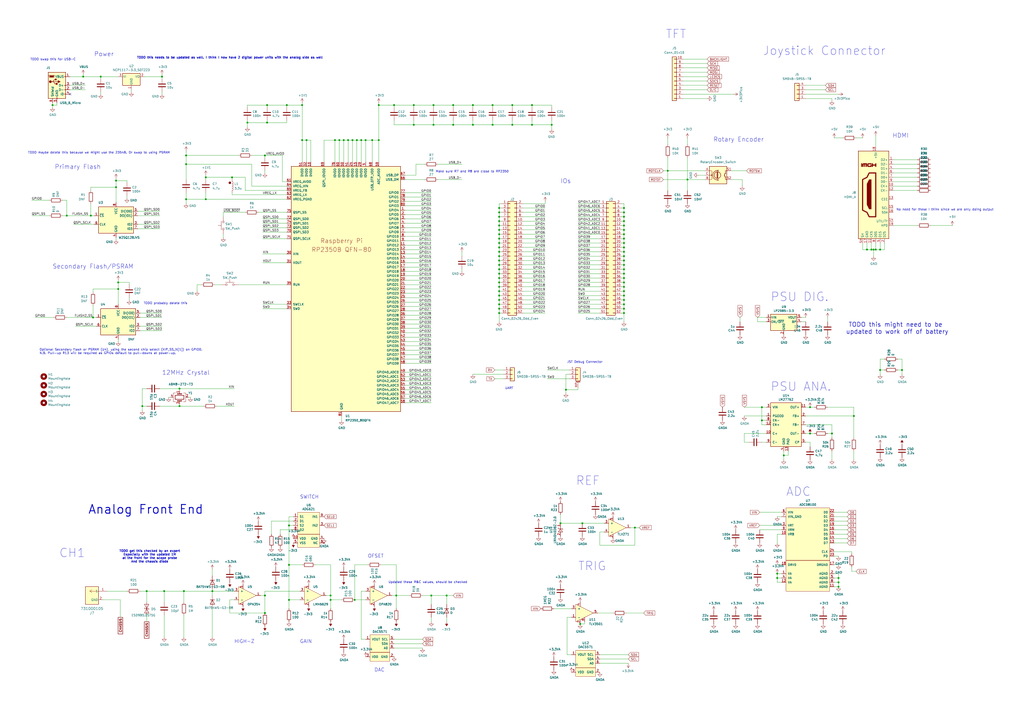
<source format=kicad_sch>
(kicad_sch (version 20250114) (generator "eeschema") (generator_version "9.0")
  (paper "A2")
  (title_block (title "Scopeboy") (date "2026-02-24") (rev "V1.0") (company "Cornell University Electrical and Computer Engineering") (comment 1 "Jenny List") (comment 2 "Raspberry Pi Ltd") (comment 3 "Using designs by:") (comment 4 "Designed by: Robbie Leslie"))
  (circle (center 133.35 106.045) (radius 0.635) (stroke (width 0) (color 132 0 0 1)) (fill (type color) (color 132 0 0 1)))
  (text "Optional Secondary flash or PSRAM (U4), using the second chip select (XIP_SS_N[1]) on GPIO0.\nN.B. Pull-up R13 will be required as GPIOs default to pull-downs at power-up." (at 22.86 205.74 0) (effects (font (size 1.27 1.27)) (justify left bottom)))
  (text "Rotary Encoder" (at 413.766 82.55 0) (effects (font (size 2.54 2.54)) (justify left bottom)))
  (text "IOs" (at 325.12 106.68 0) (effects (font (size 2.54 2.54)) (justify left bottom)))
  (text "12MHz Crystal" (at 93.98 217.805 0) (effects (font (size 2.54 2.54)) (justify left bottom)))
  (text "TODO get this checked by an expert\nEspecially with the updated 1M\nat the front for the scope probe\nAnd the chassis diode" (at 86.868 322.834 0) (effects (font (size 1.27 1.27) (thickness 0.254) (bold yes))))
  (text "TRIG" (at 335.28 331.47 0) (effects (font (size 5.0038 5.0038)) (justify left bottom)))
  (text "TODO swap this for USB-C" (at 30.734 34.544 0) (effects (font (size 1.27 1.27))))
  (text "ADC" (at 455.93 288.29 0) (effects (font (size 5.0038 5.0038)) (justify left bottom)))
  (text "REF" (at 334.01 281.94 0) (effects (font (size 5.0038 5.0038)) (justify left bottom)))
  (text "PSU ANA." (at 447.04 227.33 0) (effects (font (size 5.0038 5.0038)) (justify left bottom)))
  (text "TODO this might need to be \nupdated to work off of battery" (at 520.446 190.5 0) (effects (font (size 2.54 2.54) (thickness 0.254) (bold yes))))
  (text "Joystick Connector\n" (at 442.468 32.512 0) (effects (font (size 5.0038 5.0038)) (justify left bottom)))
  (text "Primary Flash" (at 31.75 98.425 0) (effects (font (size 2.54 2.54)) (justify left bottom)))
  (text "GAIN" (at 173.99 373.38 0) (effects (font (size 2.0066 2.0066)) (justify left bottom)))
  (text "No need for these I think since we are only doing output" (at 548.132 121.666 0) (effects (font (size 1.27 1.27))))
  (text "DAC" (at 217.17 389.89 0) (effects (font (size 2.0066 2.0066)) (justify left bottom)))
  (text "TFT" (at 386.08 22.86 0) (effects (font (size 5.0038 5.0038)) (justify left bottom)))
  (text "JST Debug Connector" (at 328.93 210.82 0) (effects (font (size 1.27 1.27)) (justify left bottom)))
  (text "TODO this needs to be updated as well. I think I now have 2 digital power units with the analog side as well" (at 133.35 33.528 0) (effects (font (size 1.27 1.27) (thickness 0.254) (bold yes))))
  (text "OFSET" (at 213.36 323.85 0) (effects (font (size 2.0066 2.0066)) (justify left bottom)))
  (text "Make sure R7 and R8 are close to RP2350\n" (at 252.73 100.33 0) (effects (font (size 1.27 1.27)) (justify left bottom)))
  (text "Updated these R&C values, should be checked" (at 248.158 337.82 0) (effects (font (size 1.27 1.27) (thickness 0.1588))))
  (text "TODO probably delete this" (at 96.012 176.022 0) (effects (font (size 1.27 1.27))))
  (text "Secondary Flash/PSRAM" (at 30.48 156.21 0) (effects (font (size 2.54 2.54)) (justify left bottom)))
  (text "TODO maybe delete this because we might use the 2354B. Or swap to using PSRAM" (at 57.404 88.646 0) (effects (font (size 1.27 1.27))))
  (text "SWITCH" (at 173.99 289.56 0) (effects (font (size 2.0066 2.0066)) (justify left bottom)))
  (text "UART" (at 295.402 225.298 0) (effects (font (size 1.27 1.27))))
  (text "PSU DIG." (at 447.04 175.26 0) (effects (font (size 5.0038 5.0038)) (justify left bottom)))
  (text "HIGH-Z" (at 135.89 373.38 0) (effects (font (size 2.0066 2.0066)) (justify left bottom)))
  (text "Power" (at 54.61 33.02 0) (effects (font (size 2.54 2.54)) (justify left bottom)))
  (text "Analog Front End" (at 84.582 295.656 0) (effects (font (size 5.08 5.08) (thickness 0.508) (bold yes))))
  (text "HDMI" (at 517.652 80.264 0) (effects (font (size 2.54 2.54)) (justify left bottom)))
  (text "CH1" (at 34.29 323.85 0) (effects (font (size 5.0038 5.0038)) (justify left bottom)))
  (junction (at 119.38 115.57))
  (junction (at 229.87 345.44))
  (junction (at 297.18 60.96))
  (junction (at 107.95 115.57))
  (junction (at 219.71 81.28))
  (junction (at 289.56 166.37))
  (junction (at 289.56 146.05))
  (junction (at 289.56 153.67))
  (junction (at 510.54 214.63))
  (junction (at 106.68 342.9))
  (junction (at 194.31 81.28))
  (junction (at 320.04 72.39))
  (junction (at 153.67 355.6))
  (junction (at 289.56 143.51))
  (junction (at 175.26 81.28))
  (junction (at 259.08 345.44))
  (junction (at 167.64 347.98))
  (junction (at 205.74 347.98))
  (junction (at 154.94 71.12))
  (junction (at 219.71 60.96))
  (junction (at 289.56 163.83))
  (junction (at 361.95 158.75))
  (junction (at 361.95 166.37))
  (junction (at 337.82 303.53))
  (junction (at 289.56 140.97))
  (junction (at 450.85 335.28))
  (junction (at 196.85 81.28))
  (junction (at 48.26 44.45))
  (junction (at 30.48 60.96))
  (junction (at 167.64 304.8))
  (junction (at 508 144.78))
  (junction (at 82.55 235.585))
  (junction (at 68.58 163.83))
  (junction (at 251.46 72.39))
  (junction (at 361.95 163.83))
  (junction (at 368.3 306.07))
  (junction (at 262.89 72.39))
  (junction (at 289.56 148.59))
  (junction (at 167.64 327.66))
  (junction (at 191.77 345.44))
  (junction (at 209.55 81.28))
  (junction (at 398.78 104.14))
  (junction (at 361.95 171.45))
  (junction (at 486.41 340.36))
  (junction (at 154.94 60.96))
  (junction (at 123.19 342.9))
  (junction (at 207.01 81.28))
  (junction (at 469.9 236.22))
  (junction (at 228.6 60.96))
  (junction (at 361.95 151.13))
  (junction (at 308.61 72.39))
  (junction (at 107.95 90.17))
  (junction (at 153.67 345.44))
  (junction (at 361.95 130.81))
  (junction (at 361.95 140.97))
  (junction (at 523.24 214.63))
  (junction (at 361.95 123.19))
  (junction (at 361.95 153.67))
  (junction (at 361.95 179.07))
  (junction (at 285.75 72.39))
  (junction (at 289.56 138.43))
  (junction (at 469.9 251.46))
  (junction (at 289.56 176.53))
  (junction (at 204.47 81.28))
  (junction (at 240.03 60.96))
  (junction (at 67.31 104.775))
  (junction (at 289.56 125.73))
  (junction (at 199.39 81.28))
  (junction (at 361.95 161.29))
  (junction (at 262.89 60.96))
  (junction (at 153.67 90.17))
  (junction (at 175.26 60.96))
  (junction (at 67.31 108.585))
  (junction (at 212.09 81.28))
  (junction (at 361.95 133.35))
  (junction (at 361.95 135.89))
  (junction (at 297.18 72.39))
  (junction (at 53.975 184.15))
  (junction (at 308.61 60.96))
  (junction (at 495.3 241.3))
  (junction (at 289.56 135.89))
  (junction (at 510.54 144.78))
  (junction (at 289.56 133.35))
  (junction (at 104.14 225.425))
  (junction (at 58.42 44.45))
  (junction (at 486.41 335.28))
  (junction (at 166.37 60.96))
  (junction (at 506.73 144.78))
  (junction (at 361.95 168.91))
  (junction (at 361.95 156.21))
  (junction (at 289.56 181.61))
  (junction (at 482.6 251.46))
  (junction (at 361.95 181.61))
  (junction (at 361.95 148.59))
  (junction (at 336.55 361.95))
  (junction (at 502.92 144.78))
  (junction (at 289.56 171.45))
  (junction (at 361.95 128.27))
  (junction (at 240.03 72.39))
  (junction (at 104.14 235.585))
  (junction (at 289.56 161.29))
  (junction (at 289.56 151.13))
  (junction (at 289.56 123.19))
  (junction (at 361.95 125.73))
  (junction (at 361.95 176.53))
  (junction (at 289.56 120.65))
  (junction (at 361.95 143.51))
  (junction (at 274.32 60.96))
  (junction (at 68.58 167.64))
  (junction (at 289.56 179.07))
  (junction (at 95.25 342.9))
  (junction (at 134.62 102.87))
  (junction (at 250.19 345.44))
  (junction (at 289.56 156.21))
  (junction (at 274.32 72.39))
  (junction (at 191.77 347.98))
  (junction (at 361.95 138.43))
  (junction (at 441.96 243.84))
  (junction (at 450.85 332.74))
  (junction (at 486.41 337.82))
  (junction (at 289.56 158.75))
  (junction (at 177.8 81.28))
  (junction (at 285.75 60.96))
  (junction (at 52.705 125.095))
  (junction (at 215.9 81.28))
  (junction (at 361.95 173.99))
  (junction (at 387.35 99.06))
  (junction (at 289.56 173.99))
  (junction (at 505.46 144.78))
  (junction (at 289.56 168.91))
  (junction (at 361.95 120.65))
  (junction (at 119.38 102.87))
  (junction (at 361.95 146.05))
  (junction (at 38.735 125.095))
  (junction (at 93.98 44.45))
  (junction (at 328.295 226.06))
  (junction (at 289.56 128.27))
  (junction (at 85.09 342.9))
  (junction (at 441.96 236.22))
  (junction (at 454.66 264.16))
  (junction (at 251.46 60.96))
  (junction (at 201.93 81.28))
  (junction (at 143.51 71.12))
  (junction (at 289.56 130.81))
  (junction (at 325.12 303.53))
  (junction (at 107.95 95.25))
  (no_connect (at 40.64 54.61))
  (wire (pts (xy 234.95 139.7) (xy 250.19 139.7)))
  (wire (pts (xy 361.95 173.99) (xy 361.95 176.53)))
  (wire (pts (xy 107.95 111.76) (xy 107.95 115.57)))
  (wire (pts (xy 213.36 327.66) (xy 205.74 327.66)))
  (wire (pts (xy 361.95 148.59) (xy 361.95 151.13)))
  (wire (pts (xy 135.89 347.98) (xy 133.35 347.98)))
  (wire (pts (xy 450.85 309.88) (xy 450.85 314.96)))
  (wire (pts (xy 361.95 133.35) (xy 361.95 135.89)))
  (wire (pts (xy 316.23 140.97) (xy 303.53 140.97)))
  (wire (pts (xy 347.98 143.51) (xy 335.28 143.51)))
  (wire (pts (xy 480.06 184.15) (xy 480.06 186.69)))
  (wire (pts (xy 289.56 156.21) (xy 289.56 158.75)))
  (wire (pts (xy 355.6 355.6) (xy 346.71 355.6)))
  (wire (pts (xy 424.18 104.14) (xy 430.53 104.14)))
  (wire (pts (xy 234.95 132.08) (xy 250.19 132.08)))
  (wire (pts (xy 154.94 60.96) (xy 166.37 60.96)))
  (wire (pts (xy 107.95 95.25) (xy 146.05 95.25)))
  (wire (pts (xy 347.98 128.27) (xy 335.28 128.27)))
  (wire (pts (xy 93.98 44.45) (xy 93.98 43.18)))
  (wire (pts (xy 347.98 153.67) (xy 335.28 153.67)))
  (wire (pts (xy 330.2 217.17) (xy 328.295 217.17)))
  (wire (pts (xy 457.2 261.62) (xy 457.2 264.16)))
  (wire (pts (xy 274.32 62.23) (xy 274.32 60.96)))
  (wire (pts (xy 274.32 69.85) (xy 274.32 72.39)))
  (wire (pts (xy 234.95 129.54) (xy 250.19 129.54)))
  (wire (pts (xy 441.96 246.38) (xy 441.96 243.84)))
  (wire (pts (xy 107.95 115.57) (xy 107.95 118.11)))
  (wire (pts (xy 228.6 60.96) (xy 240.03 60.96)))
  (wire (pts (xy 316.23 146.05) (xy 303.53 146.05)))
  (wire (pts (xy 207.01 81.28) (xy 209.55 81.28)))
  (wire (pts (xy 154.94 62.23) (xy 154.94 60.96)))
  (wire (pts (xy 166.37 138.43) (xy 152.4 138.43)))
  (wire (pts (xy 198.12 347.98) (xy 191.77 347.98)))
  (wire (pts (xy 483.87 332.74) (xy 486.41 332.74)))
  (wire (pts (xy 133.35 347.98) (xy 133.35 355.6)))
  (wire (pts (xy 154.94 71.12) (xy 166.37 71.12)))
  (wire (pts (xy 467.36 49.53) (xy 478.79 49.53)))
  (wire (pts (xy 495.3 261.62) (xy 495.3 266.7)))
  (wire (pts (xy 36.195 125.095) (xy 38.735 125.095)))
  (wire (pts (xy 30.48 59.69) (xy 30.48 60.96)))
  (wire (pts (xy 74.93 163.83) (xy 68.58 163.83)))
  (wire (pts (xy 361.95 161.29) (xy 361.95 163.83)))
  (wire (pts (xy 335.28 179.07) (xy 347.98 179.07)))
  (wire (pts (xy 143.51 69.85) (xy 143.51 71.12)))
  (wire (pts (xy 483.87 335.28) (xy 486.41 335.28)))
  (wire (pts (xy 48.26 43.18) (xy 48.26 44.45)))
  (wire (pts (xy 234.95 101.6) (xy 241.3 101.6)))
  (wire (pts (xy 289.56 173.99) (xy 289.56 176.53)))
  (wire (pts (xy 361.95 151.13) (xy 361.95 153.67)))
  (wire (pts (xy 81.28 191.77) (xy 93.98 191.77)))
  (wire (pts (xy 360.68 179.07) (xy 361.95 179.07)))
  (wire (pts (xy 234.95 233.68) (xy 250.19 233.68)))
  (wire (pts (xy 360.68 171.45) (xy 361.95 171.45)))
  (wire (pts (xy 316.23 151.13) (xy 303.53 151.13)))
  (wire (pts (xy 303.53 166.37) (xy 316.23 166.37)))
  (wire (pts (xy 396.24 46.99) (xy 410.21 46.99)))
  (wire (pts (xy 289.56 163.83) (xy 289.56 166.37)))
  (wire (pts (xy 361.95 128.27) (xy 361.95 130.81)))
  (wire (pts (xy 303.53 171.45) (xy 316.23 171.45)))
  (wire (pts (xy 289.56 161.29) (xy 289.56 163.83)))
  (wire (pts (xy 234.95 231.14) (xy 250.19 231.14)))
  (wire (pts (xy 285.75 62.23) (xy 285.75 60.96)))
  (wire (pts (xy 205.74 327.66) (xy 205.74 347.98)))
  (wire (pts (xy 166.37 176.53) (xy 152.4 176.53)))
  (wire (pts (xy 234.95 218.44) (xy 250.19 218.44)))
  (wire (pts (xy 510.54 140.97) (xy 510.54 144.78)))
  (wire (pts (xy 347.98 140.97) (xy 335.28 140.97)))
  (wire (pts (xy 92.71 235.585) (xy 104.14 235.585)))
  (wire (pts (xy 142.24 102.87) (xy 134.62 102.87)))
  (wire (pts (xy 262.89 62.23) (xy 262.89 60.96)))
  (wire (pts (xy 146.05 90.17) (xy 153.67 90.17)))
  (wire (pts (xy 361.95 125.73) (xy 361.95 128.27)))
  (wire (pts (xy 95.25 342.9) (xy 95.25 349.25)))
  (wire (pts (xy 444.5 243.84) (xy 441.96 243.84)))
  (wire (pts (xy 491.49 307.34) (xy 483.87 307.34)))
  (wire (pts (xy 107.95 90.17) (xy 138.43 90.17)))
  (wire (pts (xy 262.89 69.85) (xy 262.89 72.39)))
  (wire (pts (xy 153.67 90.17) (xy 163.83 90.17)))
  (wire (pts (xy 467.36 256.54) (xy 469.9 256.54)))
  (wire (pts (xy 491.49 312.42) (xy 483.87 312.42)))
  (wire (pts (xy 469.9 251.46) (xy 472.44 251.46)))
  (wire (pts (xy 494.03 328.93) (xy 494.03 331.47)))
  (wire (pts (xy 228.6 373.38) (xy 245.11 373.38)))
  (wire (pts (xy 234.95 111.76) (xy 250.19 111.76)))
  (wire (pts (xy 59.69 347.98) (xy 69.85 347.98)))
  (wire (pts (xy 290.83 153.67) (xy 289.56 153.67)))
  (wire (pts (xy 347.98 148.59) (xy 335.28 148.59)))
  (wire (pts (xy 234.95 198.12) (xy 250.19 198.12)))
  (wire (pts (xy 368.3 306.07) (xy 365.76 306.07)))
  (wire (pts (xy 396.24 57.15) (xy 410.21 57.15)))
  (wire (pts (xy 502.92 144.78) (xy 505.46 144.78)))
  (wire (pts (xy 289.56 158.75) (xy 289.56 161.29)))
  (wire (pts (xy 491.49 302.26) (xy 483.87 302.26)))
  (wire (pts (xy 199.39 93.98) (xy 199.39 81.28)))
  (wire (pts (xy 85.09 342.9) (xy 85.09 349.25)))
  (wire (pts (xy 33.02 59.69) (xy 33.02 60.96)))
  (wire (pts (xy 234.95 185.42) (xy 250.19 185.42)))
  (wire (pts (xy 289.56 135.89) (xy 289.56 138.43)))
  (wire (pts (xy 219.71 81.28) (xy 219.71 93.98)))
  (wire (pts (xy 361.95 179.07) (xy 361.95 181.61)))
  (wire (pts (xy 491.49 297.18) (xy 483.87 297.18)))
  (wire (pts (xy 444.5 256.54) (xy 441.96 256.54)))
  (wire (pts (xy 129.54 123.19) (xy 129.54 125.73)))
  (wire (pts (xy 464.82 186.69) (xy 467.36 186.69)))
  (wire (pts (xy 212.09 81.28) (xy 212.09 93.98)))
  (wire (pts (xy 52.705 118.11) (xy 52.705 125.095)))
  (wire (pts (xy 339.09 360.68) (xy 339.09 361.95)))
  (wire (pts (xy 328.295 226.06) (xy 328.295 227.965)))
  (wire (pts (xy 361.95 163.83) (xy 361.95 166.37)))
  (wire (pts (xy 454.66 264.16) (xy 454.66 261.62)))
  (wire (pts (xy 480.06 236.22) (xy 495.3 236.22)))
  (wire (pts (xy 289.56 181.61) (xy 289.56 186.69)))
  (wire (pts (xy 187.96 93.98) (xy 187.96 81.28)))
  (wire (pts (xy 453.39 299.72) (xy 450.85 299.72)))
  (wire (pts (xy 384.81 104.14) (xy 398.78 104.14)))
  (wire (pts (xy 495.3 236.22) (xy 495.3 241.3)))
  (wire (pts (xy 396.24 41.91) (xy 410.21 41.91)))
  (wire (pts (xy 67.31 103.505) (xy 67.31 104.775)))
  (wire (pts (xy 18.415 116.205) (xy 28.575 116.205)))
  (wire (pts (xy 335.28 171.45) (xy 347.98 171.45)))
  (wire (pts (xy 325.12 303.53) (xy 325.12 298.45)))
  (wire (pts (xy 297.18 60.96) (xy 308.61 60.96)))
  (wire (pts (xy 360.68 138.43) (xy 361.95 138.43)))
  (wire (pts (xy 335.28 168.91) (xy 347.98 168.91)))
  (wire (pts (xy 303.53 161.29) (xy 316.23 161.29)))
  (wire (pts (xy 308.61 72.39) (xy 297.18 72.39)))
  (wire (pts (xy 316.23 153.67) (xy 303.53 153.67)))
  (wire (pts (xy 229.87 345.44) (xy 227.33 345.44)))
  (wire (pts (xy 396.24 52.07) (xy 410.21 52.07)))
  (wire (pts (xy 396.24 44.45) (xy 410.21 44.45)))
  (wire (pts (xy 201.93 81.28) (xy 204.47 81.28)))
  (wire (pts (xy 494.03 320.04) (xy 494.03 321.31)))
  (wire (pts (xy 40.64 52.07) (xy 49.53 52.07)))
  (wire (pts (xy 234.95 160.02) (xy 250.19 160.02)))
  (wire (pts (xy 209.55 342.9) (xy 212.09 342.9)))
  (wire (pts (xy 361.95 176.53) (xy 361.95 179.07)))
  (wire (pts (xy 467.36 57.15) (xy 482.6 57.15)))
  (wire (pts (xy 274.32 72.39) (xy 262.89 72.39)))
  (wire (pts (xy 289.56 171.45) (xy 289.56 173.99)))
  (wire (pts (xy 308.61 69.85) (xy 308.61 72.39)))
  (wire (pts (xy 175.26 60.96) (xy 175.26 81.28)))
  (wire (pts (xy 467.36 251.46) (xy 469.9 251.46)))
  (wire (pts (xy 196.85 81.28) (xy 199.39 81.28)))
  (wire (pts (xy 146.05 95.25) (xy 146.05 107.95)))
  (wire (pts (xy 361.95 140.97) (xy 361.95 143.51)))
  (wire (pts (xy 347.98 379.73) (xy 364.49 379.73)))
  (wire (pts (xy 360.68 153.67) (xy 361.95 153.67)))
  (wire (pts (xy 453.39 335.28) (xy 450.85 335.28)))
  (wire (pts (xy 523.24 214.63) (xy 523.24 208.28)))
  (wire (pts (xy 520.7 214.63) (xy 523.24 214.63)))
  (wire (pts (xy 439.42 186.69) (xy 439.42 184.15)))
  (wire (pts (xy 234.95 142.24) (xy 250.19 142.24)))
  (wire (pts (xy 191.77 345.44) (xy 189.23 345.44)))
  (wire (pts (xy 201.93 93.98) (xy 201.93 81.28)))
  (wire (pts (xy 52.705 108.585) (xy 67.31 108.585)))
  (wire (pts (xy 109.22 230.505) (xy 110.49 230.505)))
  (wire (pts (xy 360.68 161.29) (xy 361.95 161.29)))
  (wire (pts (xy 68.58 167.64) (xy 68.58 176.53)))
  (wire (pts (xy 259.08 350.52) (xy 259.08 345.44)))
  (wire (pts (xy 360.68 135.89) (xy 361.95 135.89)))
  (wire (pts (xy 228.6 370.84) (xy 245.11 370.84)))
  (wire (pts (xy 453.39 297.18) (xy 440.69 297.18)))
  (wire (pts (xy 335.28 166.37) (xy 347.98 166.37)))
  (wire (pts (xy 491.49 309.88) (xy 483.87 309.88)))
  (wire (pts (xy 199.39 81.28) (xy 201.93 81.28)))
  (wire (pts (xy 58.42 45.72) (xy 58.42 44.45)))
  (wire (pts (xy 360.68 130.81) (xy 361.95 130.81)))
  (wire (pts (xy 170.18 307.34) (xy 162.56 307.34)))
  (wire (pts (xy 290.83 146.05) (xy 289.56 146.05)))
  (wire (pts (xy 289.56 168.91) (xy 289.56 171.45)))
  (wire (pts (xy 361.95 123.19) (xy 361.95 125.73)))
  (wire (pts (xy 234.95 180.34) (xy 250.19 180.34)))
  (wire (pts (xy 483.87 340.36) (xy 486.41 340.36)))
  (wire (pts (xy 467.36 52.07) (xy 478.79 52.07)))
  (wire (pts (xy 81.28 184.15) (xy 93.98 184.15)))
  (wire (pts (xy 116.84 165.1) (xy 114.3 165.1)))
  (wire (pts (xy 81.28 342.9) (xy 85.09 342.9)))
  (wire (pts (xy 274.32 60.96) (xy 285.75 60.96)))
  (wire (pts (xy 240.03 60.96) (xy 251.46 60.96)))
  (wire (pts (xy 52.705 110.49) (xy 52.705 108.585)))
  (wire (pts (xy 107.95 115.57) (xy 119.38 115.57)))
  (wire (pts (xy 495.3 241.3) (xy 495.3 254)))
  (wire (pts (xy 347.98 308.61) (xy 347.98 316.23)))
  (wire (pts (xy 234.95 157.48) (xy 250.19 157.48)))
  (wire (pts (xy 134.62 113.03) (xy 166.37 113.03)))
  (wire (pts (xy 240.03 69.85) (xy 240.03 72.39)))
  (wire (pts (xy 85.09 235.585) (xy 82.55 235.585)))
  (wire (pts (xy 289.56 166.37) (xy 290.83 166.37)))
  (wire (pts (xy 234.95 134.62) (xy 250.19 134.62)))
  (wire (pts (xy 234.95 182.88) (xy 250.19 182.88)))
  (wire (pts (xy 153.67 345.44) (xy 151.13 345.44)))
  (wire (pts (xy 363.22 355.6) (xy 373.38 355.6)))
  (wire (pts (xy 483.87 322.58) (xy 486.41 322.58)))
  (wire (pts (xy 80.01 132.715) (xy 92.71 132.715)))
  (wire (pts (xy 119.38 101.6) (xy 119.38 102.87)))
  (wire (pts (xy 149.86 123.19) (xy 166.37 123.19)))
  (wire (pts (xy 209.55 370.84) (xy 212.09 370.84)))
  (wire (pts (xy 143.51 62.23) (xy 143.51 60.96)))
  (wire (pts (xy 539.75 130.81) (xy 552.45 130.81)))
  (wire (pts (xy 450.85 337.82) (xy 450.85 335.28)))
  (wire (pts (xy 229.87 345.44) (xy 229.87 353.06)))
  (wire (pts (xy 289.56 123.19) (xy 289.56 125.73)))
  (wire (pts (xy 303.53 163.83) (xy 316.23 163.83)))
  (wire (pts (xy 153.67 100.33) (xy 153.67 99.06)))
  (wire (pts (xy 134.62 113.03) (xy 134.62 111.76)))
  (wire (pts (xy 360.68 125.73) (xy 361.95 125.73)))
  (wire (pts (xy 153.67 90.17) (xy 153.67 91.44)))
  (wire (pts (xy 491.49 299.72) (xy 483.87 299.72)))
  (wire (pts (xy 469.9 236.22) (xy 472.44 236.22)))
  (wire (pts (xy 347.98 156.21) (xy 335.28 156.21)))
  (wire (pts (xy 209.55 81.28) (xy 212.09 81.28)))
  (wire (pts (xy 316.23 143.51) (xy 303.53 143.51)))
  (wire (pts (xy 347.98 138.43) (xy 335.28 138.43)))
  (wire (pts (xy 368.3 306.07) (xy 368.3 316.23)))
  (wire (pts (xy 361.95 138.43) (xy 361.95 140.97)))
  (wire (pts (xy 167.64 327.66) (xy 167.64 347.98)))
  (wire (pts (xy 234.95 193.04) (xy 250.19 193.04)))
  (wire (pts (xy 82.55 235.585) (xy 82.55 238.125)))
  (wire (pts (xy 464.82 184.15) (xy 467.36 184.15)))
  (wire (pts (xy 67.31 137.795) (xy 67.31 139.065)))
  (wire (pts (xy 361.95 118.11) (xy 361.95 120.65)))
  (wire (pts (xy 234.95 154.94) (xy 250.19 154.94)))
  (wire (pts (xy 360.68 156.21) (xy 361.95 156.21)))
  (wire (pts (xy 229.87 327.66) (xy 229.87 345.44)))
  (wire (pts (xy 95.25 342.9) (xy 106.68 342.9)))
  (wire (pts (xy 85.09 342.9) (xy 95.25 342.9)))
  (wire (pts (xy 289.56 163.83) (xy 290.83 163.83)))
  (wire (pts (xy 467.36 236.22) (xy 469.9 236.22)))
  (wire (pts (xy 491.49 314.96) (xy 483.87 314.96)))
  (wire (pts (xy 53.975 184.15) (xy 55.88 184.15)))
  (wire (pts (xy 361.95 153.67) (xy 361.95 156.21)))
  (wire (pts (xy 347.98 123.19) (xy 335.28 123.19)))
  (wire (pts (xy 254 104.14) (xy 267.97 104.14)))
  (wire (pts (xy 430.53 104.14) (xy 430.53 107.95)))
  (wire (pts (xy 361.95 146.05) (xy 361.95 148.59)))
  (wire (pts (xy 175.26 81.28) (xy 175.26 93.98)))
  (wire (pts (xy 142.24 110.49) (xy 142.24 102.87)))
  (wire (pts (xy 234.95 203.2) (xy 250.19 203.2)))
  (wire (pts (xy 97.79 230.505) (xy 99.06 230.505)))
  (wire (pts (xy 347.98 146.05) (xy 335.28 146.05)))
  (wire (pts (xy 347.98 120.65) (xy 335.28 120.65)))
  (wire (pts (xy 486.41 337.82) (xy 486.41 340.36)))
  (wire (pts (xy 234.95 215.9) (xy 250.19 215.9)))
  (wire (pts (xy 234.95 116.84) (xy 250.19 116.84)))
  (wire (pts (xy 360.68 118.11) (xy 361.95 118.11)))
  (wire (pts (xy 234.95 175.26) (xy 250.19 175.26)))
  (wire (pts (xy 36.195 116.205) (xy 38.735 116.205)))
  (wire (pts (xy 234.95 124.46) (xy 250.19 124.46)))
  (wire (pts (xy 53.975 169.545) (xy 53.975 167.64)))
  (wire (pts (xy 370.84 306.07) (xy 368.3 306.07)))
  (wire (pts (xy 85.09 356.87) (xy 85.09 360.68)))
  (wire (pts (xy 316.23 133.35) (xy 303.53 133.35)))
  (wire (pts (xy 48.26 44.45) (xy 58.42 44.45)))
  (wire (pts (xy 290.83 135.89) (xy 289.56 135.89)))
  (wire (pts (xy 106.68 356.87) (xy 106.68 369.57)))
  (wire (pts (xy 360.68 158.75) (xy 361.95 158.75)))
  (wire (pts (xy 444.5 251.46) (xy 431.8 251.46)))
  (wire (pts (xy 360.68 173.99) (xy 361.95 173.99)))
  (wire (pts (xy 506.73 144.78) (xy 506.73 148.59)))
  (wire (pts (xy 398.78 110.49) (xy 398.78 104.14)))
  (wire (pts (xy 360.68 148.59) (xy 361.95 148.59)))
  (wire (pts (xy 67.31 108.585) (xy 67.31 117.475)))
  (wire (pts (xy 453.39 307.34) (xy 440.69 307.34)))
  (wire (pts (xy 43.815 189.23) (xy 55.88 189.23)))
  (wire (pts (xy 396.24 49.53) (xy 410.21 49.53)))
  (wire (pts (xy 347.98 316.23) (xy 368.3 316.23)))
  (wire (pts (xy 486.41 335.28) (xy 486.41 337.82)))
  (wire (pts (xy 167.64 327.66) (xy 175.26 327.66)))
  (wire (pts (xy 444.5 184.15) (xy 439.42 184.15)))
  (wire (pts (xy 143.51 71.12) (xy 143.51 73.66)))
  (wire (pts (xy 204.47 81.28) (xy 207.01 81.28)))
  (wire (pts (xy 212.09 347.98) (xy 205.74 347.98)))
  (wire (pts (xy 316.23 156.21) (xy 303.53 156.21)))
  (wire (pts (xy 396.24 39.37) (xy 410.21 39.37)))
  (wire (pts (xy 234.95 127) (xy 250.19 127)))
  (wire (pts (xy 83.82 44.45) (xy 93.98 44.45)))
  (wire (pts (xy 290.83 118.11) (xy 289.56 118.11)))
  (wire (pts (xy 480.06 251.46) (xy 482.6 251.46)))
  (wire (pts (xy 290.83 156.21) (xy 289.56 156.21)))
  (wire (pts (xy 154.94 69.85) (xy 154.94 71.12)))
  (wire (pts (xy 308.61 60.96) (xy 320.04 60.96)))
  (wire (pts (xy 513.08 208.28) (xy 510.54 208.28)))
  (wire (pts (xy 251.46 62.23) (xy 251.46 60.96)))
  (wire (pts (xy 167.64 347.98) (xy 167.64 353.06)))
  (wire (pts (xy 360.68 120.65) (xy 361.95 120.65)))
  (wire (pts (xy 360.68 140.97) (xy 361.95 140.97)))
  (wire (pts (xy 316.23 118.11) (xy 316.23 116.84)))
  (wire (pts (xy 361.95 156.21) (xy 361.95 158.75)))
  (wire (pts (xy 245.11 345.44) (xy 250.19 345.44)))
  (wire (pts (xy 454.66 266.7) (xy 454.66 264.16)))
  (wire (pts (xy 67.31 104.775) (xy 67.31 108.585)))
  (wire (pts (xy 92.71 225.425) (xy 104.14 225.425)))
  (wire (pts (xy 431.8 251.46) (xy 431.8 256.54)))
  (wire (pts (xy 191.77 347.98) (xy 191.77 353.06)))
  (wire (pts (xy 444.5 186.69) (xy 439.42 186.69)))
  (wire (pts (xy 483.87 337.82) (xy 486.41 337.82)))
  (wire (pts (xy 80.01 130.175) (xy 92.71 130.175)))
  (wire (pts (xy 262.89 345.44) (xy 259.08 345.44)))
  (wire (pts (xy 152.4 147.32) (xy 166.37 147.32)))
  (wire (pts (xy 198.12 241.3) (xy 198.12 243.84)))
  (wire (pts (xy 360.68 168.91) (xy 361.95 168.91)))
  (wire (pts (xy 62.23 342.9) (xy 73.66 342.9)))
  (wire (pts (xy 518.16 100.33) (xy 532.13 100.33)))
  (wire (pts (xy 152.4 132.08) (xy 166.37 132.08)))
  (wire (pts (xy 361.95 135.89) (xy 361.95 138.43)))
  (wire (pts (xy 303.53 176.53) (xy 316.23 176.53)))
  (wire (pts (xy 441.96 236.22) (xy 444.5 236.22)))
  (wire (pts (xy 82.55 225.425) (xy 82.55 235.585)))
  (wire (pts (xy 58.42 53.34) (xy 58.42 54.61)))
  (wire (pts (xy 335.28 161.29) (xy 347.98 161.29)))
  (wire (pts (xy 180.34 81.28) (xy 180.34 93.98)))
  (wire (pts (xy 510.54 214.63) (xy 513.08 214.63)))
  (wire (pts (xy 194.31 93.98) (xy 194.31 81.28)))
  (wire (pts (xy 398.78 80.01) (xy 398.78 83.82)))
  (wire (pts (xy 396.24 34.29) (xy 410.21 34.29)))
  (wire (pts (xy 143.51 60.96) (xy 154.94 60.96)))
  (wire (pts (xy 513.08 144.78) (xy 513.08 140.97)))
  (wire (pts (xy 523.24 214.63) (xy 523.24 217.17)))
  (wire (pts (xy 398.78 104.14) (xy 408.94 104.14)))
  (wire (pts (xy 483.87 320.04) (xy 494.03 320.04)))
  (wire (pts (xy 482.6 57.15) (xy 482.6 58.42)))
  (wire (pts (xy 335.28 163.83) (xy 347.98 163.83)))
  (wire (pts (xy 234.95 152.4) (xy 250.19 152.4)))
  (wire (pts (xy 42.545 130.175) (xy 54.61 130.175)))
  (wire (pts (xy 347.98 118.11) (xy 335.28 118.11)))
  (wire (pts (xy 360.68 151.13) (xy 361.95 151.13)))
  (wire (pts (xy 467.36 241.3) (xy 495.3 241.3)))
  (wire (pts (xy 73.66 104.775) (xy 67.31 104.775)))
  (wire (pts (xy 234.95 190.5) (xy 250.19 190.5)))
  (wire (pts (xy 482.6 261.62) (xy 482.6 266.7)))
  (wire (pts (xy 289.56 120.65) (xy 289.56 123.19)))
  (wire (pts (xy 320.04 62.23) (xy 320.04 60.96)))
  (wire (pts (xy 152.4 127) (xy 166.37 127)))
  (wire (pts (xy 289.56 130.81) (xy 289.56 133.35)))
  (wire (pts (xy 303.53 168.91) (xy 316.23 168.91)))
  (wire (pts (xy 241.3 95.25) (xy 241.3 101.6)))
  (wire (pts (xy 157.48 302.26) (xy 157.48 309.88)))
  (wire (pts (xy 496.57 80.01) (xy 500.38 80.01)))
  (wire (pts (xy 123.19 353.06) (xy 123.19 369.57)))
  (wire (pts (xy 360.68 133.35) (xy 361.95 133.35)))
  (wire (pts (xy 440.69 304.8) (xy 453.39 304.8)))
  (wire (pts (xy 38.735 125.095) (xy 52.705 125.095)))
  (wire (pts (xy 68.58 196.85) (xy 68.58 198.12)))
  (wire (pts (xy 297.18 69.85) (xy 297.18 72.39)))
  (wire (pts (xy 219.71 59.69) (xy 219.71 60.96)))
  (wire (pts (xy 297.18 62.23) (xy 297.18 60.96)))
  (wire (pts (xy 289.56 138.43) (xy 289.56 140.97)))
  (wire (pts (xy 152.4 129.54) (xy 166.37 129.54)))
  (wire (pts (xy 290.83 143.51) (xy 289.56 143.51)))
  (wire (pts (xy 287.02 214.63) (xy 292.1 214.63)))
  (wire (pts (xy 303.53 181.61) (xy 316.23 181.61)))
  (wire (pts (xy 68.58 163.83) (xy 68.58 167.64)))
  (wire (pts (xy 152.4 134.62) (xy 166.37 134.62)))
  (wire (pts (xy 450.85 335.28) (xy 450.85 332.74)))
  (wire (pts (xy 104.14 234.315) (xy 104.14 235.585)))
  (wire (pts (xy 518.16 92.71) (xy 532.13 92.71)))
  (wire (pts (xy 384.81 99.06) (xy 387.35 99.06)))
  (wire (pts (xy 308.61 62.23) (xy 308.61 60.96)))
  (wire (pts (xy 335.28 224.79) (xy 335.28 226.06)))
  (wire (pts (xy 469.9 256.54) (xy 469.9 259.08)))
  (wire (pts (xy 290.83 148.59) (xy 289.56 148.59)))
  (wire (pts (xy 251.46 60.96) (xy 262.89 60.96)))
  (wire (pts (xy 124.46 165.1) (xy 128.27 165.1)))
  (wire (pts (xy 106.68 349.25) (xy 106.68 342.9)))
  (wire (pts (xy 320.04 72.39) (xy 308.61 72.39)))
  (wire (pts (xy 73.66 106.045) (xy 73.66 104.775)))
  (wire (pts (xy 431.8 236.22) (xy 441.96 236.22)))
  (wire (pts (xy 234.95 170.18) (xy 250.19 170.18)))
  (wire (pts (xy 289.56 118.11) (xy 289.56 120.65)))
  (wire (pts (xy 267.97 146.05) (xy 267.97 148.59)))
  (wire (pts (xy 518.16 110.49) (xy 532.13 110.49)))
  (wire (pts (xy 360.68 128.27) (xy 361.95 128.27)))
  (wire (pts (xy 361.95 171.45) (xy 361.95 173.99)))
  (wire (pts (xy 166.37 60.96) (xy 175.26 60.96)))
  (wire (pts (xy 347.98 130.81) (xy 335.28 130.81)))
  (wire (pts (xy 387.35 80.01) (xy 387.35 83.82)))
  (wire (pts (xy 424.18 99.06) (xy 433.07 99.06)))
  (wire (pts (xy 133.35 355.6) (xy 153.67 355.6)))
  (wire (pts (xy 285.75 60.96) (xy 297.18 60.96)))
  (wire (pts (xy 387.35 91.44) (xy 387.35 99.06)))
  (wire (pts (xy 119.38 115.57) (xy 166.37 115.57)))
  (wire (pts (xy 506.73 144.78) (xy 508 144.78)))
  (wire (pts (xy 297.18 72.39) (xy 285.75 72.39)))
  (wire (pts (xy 234.95 220.98) (xy 250.19 220.98)))
  (wire (pts (xy 219.71 60.96) (xy 228.6 60.96)))
  (wire (pts (xy 119.38 111.76) (xy 119.38 115.57)))
  (wire (pts (xy 69.85 347.98) (xy 69.85 358.14)))
  (wire (pts (xy 361.95 168.91) (xy 361.95 171.45)))
  (wire (pts (xy 453.39 337.82) (xy 450.85 337.82)))
  (wire (pts (xy 335.28 176.53) (xy 347.98 176.53)))
  (wire (pts (xy 303.53 179.07) (xy 316.23 179.07)))
  (wire (pts (xy 33.02 60.96) (xy 30.48 60.96)))
  (wire (pts (xy 347.98 382.27) (xy 364.49 382.27)))
  (wire (pts (xy 123.19 341.63) (xy 123.19 342.9)))
  (wire (pts (xy 163.83 90.17) (xy 163.83 105.41)))
  (wire (pts (xy 337.82 303.53) (xy 325.12 303.53)))
  (wire (pts (xy 405.13 101.6) (xy 408.94 101.6)))
  (wire (pts (xy 285.75 69.85) (xy 285.75 72.39)))
  (wire (pts (xy 53.975 177.165) (xy 53.975 184.15)))
  (wire (pts (xy 361.95 181.61) (xy 361.95 186.69)))
  (wire (pts (xy 166.37 179.07) (xy 152.4 179.07)))
  (wire (pts (xy 328.295 217.17) (xy 328.295 226.06)))
  (wire (pts (xy 361.95 130.81) (xy 361.95 133.35)))
  (wire (pts (xy 241.3 95.25) (xy 246.38 95.25)))
  (wire (pts (xy 153.67 342.9) (xy 153.67 345.44)))
  (wire (pts (xy 290.83 128.27) (xy 289.56 128.27)))
  (wire (pts (xy 209.55 342.9) (xy 209.55 370.84)))
  (wire (pts (xy 486.41 332.74) (xy 486.41 335.28)))
  (wire (pts (xy 398.78 91.44) (xy 398.78 104.14)))
  (wire (pts (xy 350.52 303.53) (xy 337.82 303.53)))
  (wire (pts (xy 234.95 223.52) (xy 250.19 223.52)))
  (wire (pts (xy 234.95 162.56) (xy 250.19 162.56)))
  (wire (pts (xy 289.56 125.73) (xy 289.56 128.27)))
  (wire (pts (xy 170.18 304.8) (xy 167.64 304.8)))
  (wire (pts (xy 142.24 123.19) (xy 129.54 123.19)))
  (wire (pts (xy 20.32 184.15) (xy 31.115 184.15)))
  (wire (pts (xy 177.8 81.28) (xy 180.34 81.28)))
  (wire (pts (xy 173.99 347.98) (xy 167.64 347.98)))
  (wire (pts (xy 104.14 235.585) (xy 118.11 235.585)))
  (wire (pts (xy 316.23 158.75) (xy 303.53 158.75)))
  (wire (pts (xy 467.36 54.61) (xy 486.41 54.61)))
  (wire (pts (xy 483.87 327.66) (xy 486.41 327.66)))
  (wire (pts (xy 317.5 214.63) (xy 330.2 214.63)))
  (wire (pts (xy 68.58 162.56) (xy 68.58 163.83)))
  (wire (pts (xy 163.83 105.41) (xy 166.37 105.41)))
  (wire (pts (xy 444.5 241.3) (xy 431.8 241.3)))
  (wire (pts (xy 196.85 93.98) (xy 196.85 81.28)))
  (wire (pts (xy 523.24 208.28) (xy 520.7 208.28)))
  (wire (pts (xy 361.95 158.75) (xy 361.95 161.29)))
  (wire (pts (xy 129.54 135.89) (xy 129.54 137.795)))
  (wire (pts (xy 453.39 332.74) (xy 450.85 332.74)))
  (wire (pts (xy 335.28 181.61) (xy 347.98 181.61)))
  (wire (pts (xy 191.77 327.66) (xy 191.77 345.44)))
  (wire (pts (xy 251.46 69.85) (xy 251.46 72.39)))
  (wire (pts (xy 85.09 225.425) (xy 82.55 225.425)))
  (wire (pts (xy 234.95 210.82) (xy 250.19 210.82)))
  (wire (pts (xy 303.53 173.99) (xy 316.23 173.99)))
  (wire (pts (xy 328.295 226.06) (xy 335.28 226.06)))
  (wire (pts (xy 290.83 120.65) (xy 289.56 120.65)))
  (wire (pts (xy 290.83 138.43) (xy 289.56 138.43)))
  (wire (pts (xy 38.735 116.205) (xy 38.735 125.095)))
  (wire (pts (xy 518.16 130.81) (xy 532.13 130.81)))
  (wire (pts (xy 289.56 143.51) (xy 289.56 146.05)))
  (wire (pts (xy 360.68 166.37) (xy 361.95 166.37)))
  (wire (pts (xy 254 95.25) (xy 267.97 95.25)))
  (wire (pts (xy 316.23 138.43) (xy 303.53 138.43)))
  (wire (pts (xy 250.19 358.14) (xy 250.19 360.68)))
  (wire (pts (xy 316.23 130.81) (xy 303.53 130.81)))
  (wire (pts (xy 234.95 172.72) (xy 250.19 172.72)))
  (wire (pts (xy 209.55 93.98) (xy 209.55 81.28)))
  (wire (pts (xy 316.23 120.65) (xy 303.53 120.65)))
  (wire (pts (xy 290.83 158.75) (xy 289.56 158.75)))
  (wire (pts (xy 289.56 179.07) (xy 290.83 179.07)))
  (wire (pts (xy 518.16 107.95) (xy 532.13 107.95)))
  (wire (pts (xy 175.26 59.69) (xy 175.26 60.96)))
  (wire (pts (xy 107.95 90.17) (xy 107.95 95.25)))
  (wire (pts (xy 167.64 304.8) (xy 167.64 299.72)))
  (wire (pts (xy 234.95 167.64) (xy 250.19 167.64)))
  (wire (pts (xy 335.28 173.99) (xy 347.98 173.99)))
  (wire (pts (xy 191.77 345.44) (xy 191.77 347.98)))
  (wire (pts (xy 119.38 102.87) (xy 134.62 102.87)))
  (wire (pts (xy 215.9 93.98) (xy 215.9 81.28)))
  (wire (pts (xy 289.56 179.07) (xy 289.56 181.61)))
  (wire (pts (xy 396.24 54.61) (xy 425.45 54.61)))
  (wire (pts (xy 170.18 299.72) (xy 167.64 299.72)))
  (wire (pts (xy 518.16 105.41) (xy 532.13 105.41)))
  (wire (pts (xy 320.04 72.39) (xy 320.04 74.93)))
  (wire (pts (xy 491.49 304.8) (xy 483.87 304.8)))
  (wire (pts (xy 347.98 135.89) (xy 335.28 135.89)))
  (wire (pts (xy 215.9 81.28) (xy 219.71 81.28)))
  (wire (pts (xy 212.09 81.28) (xy 215.9 81.28)))
  (wire (pts (xy 123.19 345.44) (xy 123.19 342.9)))
  (wire (pts (xy 396.24 36.83) (xy 410.21 36.83)))
  (wire (pts (xy 347.98 151.13) (xy 335.28 151.13)))
  (wire (pts (xy 361.95 166.37) (xy 361.95 168.91)))
  (wire (pts (xy 234.95 195.58) (xy 250.19 195.58)))
  (wire (pts (xy 508 144.78) (xy 510.54 144.78)))
  (wire (pts (xy 251.46 72.39) (xy 240.03 72.39)))
  (wire (pts (xy 262.89 72.39) (xy 251.46 72.39)))
  (wire (pts (xy 360.68 146.05) (xy 361.95 146.05)))
  (wire (pts (xy 483.87 80.01) (xy 488.95 80.01)))
  (wire (pts (xy 290.83 125.73) (xy 289.56 125.73)))
  (wire (pts (xy 104.14 225.425) (xy 135.89 225.425)))
  (wire (pts (xy 316.23 125.73) (xy 303.53 125.73)))
  (wire (pts (xy 234.95 137.16) (xy 250.19 137.16)))
  (wire (pts (xy 250.19 350.52) (xy 250.19 345.44)))
  (wire (pts (xy 290.83 130.81) (xy 289.56 130.81)))
  (wire (pts (xy 259.08 358.14) (xy 259.08 360.68)))
  (wire (pts (xy 107.95 87.63) (xy 107.95 90.17)))
  (wire (pts (xy 387.35 110.49) (xy 387.35 99.06)))
  (wire (pts (xy 134.62 102.87) (xy 134.62 104.14)))
  (wire (pts (xy 194.31 81.28) (xy 196.85 81.28)))
  (wire (pts (xy 453.39 309.88) (xy 450.85 309.88)))
  (wire (pts (xy 234.95 205.74) (xy 250.19 205.74)))
  (wire (pts (xy 289.56 148.59) (xy 289.56 151.13)))
  (wire (pts (xy 204.47 93.98) (xy 204.47 81.28)))
  (wire (pts (xy 510.54 214.63) (xy 510.54 217.17)))
  (wire (pts (xy 289.56 173.99) (xy 290.83 173.99)))
  (wire (pts (xy 316.23 148.59) (xy 303.53 148.59)))
  (wire (pts (xy 500.38 144.78) (xy 502.92 144.78)))
  (wire (pts (xy 95.25 356.87) (xy 95.25 369.57)))
  (wire (pts (xy 289.56 176.53) (xy 289.56 179.07)))
  (wire (pts (xy 457.2 264.16) (xy 454.66 264.16)))
  (wire (pts (xy 287.02 219.71) (xy 292.1 219.71)))
  (wire (pts (xy 360.68 163.83) (xy 361.95 163.83)))
  (wire (pts (xy 360.68 176.53) (xy 361.95 176.53)))
  (wire (pts (xy 162.56 307.34) (xy 162.56 309.88)))
  (wire (pts (xy 360.68 123.19) (xy 361.95 123.19)))
  (wire (pts (xy 234.95 208.28) (xy 250.19 208.28)))
  (wire (pts (xy 347.98 384.81) (xy 364.49 384.81)))
  (wire (pts (xy 228.6 62.23) (xy 228.6 60.96)))
  (wire (pts (xy 76.2 52.07) (xy 76.2 53.34)))
  (wire (pts (xy 153.67 355.6) (xy 153.67 345.44)))
  (wire (pts (xy 167.64 327.66) (xy 167.64 304.8)))
  (wire (pts (xy 123.19 342.9) (xy 135.89 342.9)))
  (wire (pts (xy 234.95 187.96) (xy 250.19 187.96)))
  (wire (pts (xy 234.95 177.8) (xy 250.19 177.8)))
  (wire (pts (xy 321.31 353.06) (xy 331.47 353.06)))
  (wire (pts (xy 444.5 246.38) (xy 441.96 246.38)))
  (wire (pts (xy 250.19 345.44) (xy 259.08 345.44)))
  (wire (pts (xy 289.56 140.97) (xy 289.56 143.51)))
  (wire (pts (xy 316.23 123.19) (xy 303.53 123.19)))
  (wire (pts (xy 289.56 171.45) (xy 290.83 171.45)))
  (wire (pts (xy 40.64 49.53) (xy 49.53 49.53)))
  (wire (pts (xy 182.88 327.66) (xy 191.77 327.66)))
  (wire (pts (xy 518.16 95.25) (xy 532.13 95.25)))
  (wire (pts (xy 166.37 62.23) (xy 166.37 60.96)))
  (wire (pts (xy 290.83 133.35) (xy 289.56 133.35)))
  (wire (pts (xy 234.95 119.38) (xy 250.19 119.38)))
  (wire (pts (xy 234.95 149.86) (xy 250.19 149.86)))
  (wire (pts (xy 234.95 165.1) (xy 250.19 165.1)))
  (wire (pts (xy 289.56 166.37) (xy 289.56 168.91)))
  (wire (pts (xy 93.98 45.72) (xy 93.98 44.45)))
  (wire (pts (xy 285.75 72.39) (xy 274.32 72.39)))
  (wire (pts (xy 234.95 121.92) (xy 250.19 121.92)))
  (wire (pts (xy 143.51 71.12) (xy 154.94 71.12)))
  (wire (pts (xy 316.23 118.11) (xy 303.53 118.11)))
  (wire (pts (xy 289.56 176.53) (xy 290.83 176.53)))
  (wire (pts (xy 187.96 81.28) (xy 194.31 81.28)))
  (wire (pts (xy 347.98 125.73) (xy 335.28 125.73)))
  (wire (pts (xy 328.93 358.14) (xy 328.93 379.73)))
  (wire (pts (xy 518.16 102.87) (xy 532.13 102.87)))
  (wire (pts (xy 52.705 125.095) (xy 54.61 125.095)))
  (wire (pts (xy 494.03 331.47) (xy 496.57 331.47)))
  (wire (pts (xy 502.92 140.97) (xy 502.92 144.78)))
  (wire (pts (xy 229.87 345.44) (xy 237.49 345.44)))
  (wire (pts (xy 234.95 200.66) (xy 250.19 200.66)))
  (wire (pts (xy 361.95 120.65) (xy 361.95 123.19)))
  (wire (pts (xy 505.46 140.97) (xy 505.46 144.78)))
  (wire (pts (xy 146.05 107.95) (xy 166.37 107.95)))
  (wire (pts (xy 339.09 361.95) (xy 336.55 361.95)))
  (wire (pts (xy 40.64 44.45) (xy 48.26 44.45)))
  (wire (pts (xy 177.8 81.28) (xy 175.26 81.28)))
  (wire (pts (xy 68.58 44.45) (xy 58.42 44.45)))
  (wire (pts (xy 207.01 81.28) (xy 207.01 93.98)))
  (wire (pts (xy 166.37 110.49) (xy 142.24 110.49)))
  (wire (pts (xy 74.93 165.1) (xy 74.93 163.83)))
  (wire (pts (xy 482.6 246.38) (xy 482.6 251.46)))
  (wire (pts (xy 453.39 327.66) (xy 450.85 327.66)))
  (wire (pts (xy 317.5 219.71) (xy 330.2 219.71)))
  (wire (pts (xy 30.48 60.96) (xy 30.48 62.23)))
  (wire (pts (xy 290.83 151.13) (xy 289.56 151.13)))
  (wire (pts (xy 441.96 243.84) (xy 441.96 236.22)))
  (wire (pts (xy 93.98 53.34) (xy 93.98 54.61)))
  (wire (pts (xy 240.03 62.23) (xy 240.03 60.96)))
  (wire (pts (xy 74.93 172.72) (xy 74.93 173.99)))
  (wire (pts (xy 106.68 342.9) (xy 123.19 342.9)))
  (wire (pts (xy 289.56 146.05) (xy 289.56 148.59)))
  (wire (pts (xy 81.28 189.23) (xy 93.98 189.23)))
  (wire (pts (xy 510.54 208.28) (xy 510.54 214.63)))
  (wire (pts (xy 123.19 330.2) (xy 123.19 334.01)))
  (wire (pts (xy 234.95 104.14) (xy 246.38 104.14)))
  (wire (pts (xy 240.03 72.39) (xy 228.6 72.39)))
  (wire (pts (xy 114.3 165.1) (xy 114.3 168.91)))
  (wire (pts (xy 228.6 69.85) (xy 228.6 72.39)))
  (wire (pts (xy 228.6 375.92) (xy 245.11 375.92)))
  (wire (pts (xy 104.14 226.695) (xy 104.14 225.425)))
  (wire (pts (xy 289.56 128.27) (xy 289.56 130.81)))
  (wire (pts (xy 316.23 135.89) (xy 303.53 135.89)))
  (wire (pts (xy 219.71 60.96) (xy 219.71 81.28)))
  (wire (pts (xy 482.6 251.46) (xy 482.6 254)))
  (wire (pts (xy 350.52 308.61) (xy 347.98 308.61)))
  (wire (pts (xy 290.83 123.19) (xy 289.56 123.19)))
  (wire (pts (xy 119.38 104.14) (xy 119.38 102.87)))
  (wire (pts (xy 429.26 184.15) (xy 429.26 186.69)))
  (wire (pts (xy 234.95 144.78) (xy 250.19 144.78)))
  (wire (pts (xy 508 78.74) (xy 508 85.09)))
  (wire (pts (xy 234.95 114.3) (xy 250.19 114.3)))
  (wire (pts (xy 508 140.97) (xy 508 144.78)))
  (wire (pts (xy 274.32 217.17) (xy 292.1 217.17)))
  (wire (pts (xy 234.95 226.06) (xy 250.19 226.06)))
  (wire (pts (xy 331.47 358.14) (xy 328.93 358.14)))
  (wire (pts (xy 53.975 167.64) (xy 68.58 167.64)))
  (wire (pts (xy 328.93 379.73) (xy 331.47 379.73)))
  (wire (pts (xy 518.16 97.79) (xy 532.13 97.79)))
  (wire (pts (xy 361.95 143.51) (xy 361.95 146.05)))
  (wire (pts (xy 267.97 156.21) (xy 267.97 157.48)))
  (wire (pts (xy 467.36 246.38) (xy 482.6 246.38)))
  (wire (pts (xy 125.73 235.585) (xy 135.89 235.585)))
  (wire (pts (xy 387.35 99.06) (xy 408.94 99.06)))
  (wire (pts (xy 153.67 342.9) (xy 173.99 342.9)))
  (wire (pts (xy 234.95 228.6) (xy 250.19 228.6)))
  (wire (pts (xy 80.01 122.555) (xy 92.71 122.555)))
  (wire (pts (xy 81.28 181.61) (xy 93.98 181.61)))
  (wire (pts (xy 316.23 128.27) (xy 303.53 128.27)))
  (wire (pts (xy 289.56 151.13) (xy 289.56 153.67)))
  (wire (pts (xy 262.89 60.96) (xy 274.32 60.96)))
  (wire (pts (xy 166.37 152.4) (xy 152.4 152.4)))
  (wire (pts (xy 290.83 161.29) (xy 289.56 161.29)))
  (wire (pts (xy 18.415 125.095) (xy 28.575 125.095)))
  (wire (pts (xy 290.83 140.97) (xy 289.56 140.97)))
  (wire (pts (xy 431.8 256.54) (xy 434.34 256.54)))
  (wire (pts (xy 289.56 153.67) (xy 289.56 156.21)))
  (wire (pts (xy 347.98 133.35) (xy 335.28 133.35)))
  (wire (pts (xy 360.68 143.51) (xy 361.95 143.51)))
  (wire (pts (xy 347.98 158.75) (xy 335.28 158.75)))
  (wire (pts (xy 360.68 181.61) (xy 361.95 181.61)))
  (wire (pts (xy 80.01 125.095) (xy 92.71 125.095)))
  (wire (pts (xy 510.54 144.78) (xy 513.08 144.78)))
  (wire (pts (xy 170.18 302.26) (xy 157.48 302.26)))
  (wire (pts (xy 220.98 327.66) (xy 229.87 327.66)))
  (wire (pts (xy 166.37 71.12) (xy 166.37 69.85)))
  (wire (pts (xy 107.95 95.25) (xy 107.95 104.14)))
  (wire (pts (xy 177.8 93.98) (xy 177.8 81.28)))
  (wire (pts (xy 138.43 165.1) (xy 166.37 165.1)))
  (wire (pts (xy 500.38 140.97) (xy 500.38 144.78)))
  (wire (pts (xy 505.46 144.78) (xy 506.73 144.78)))
  (wire (pts (xy 320.04 69.85) (xy 320.04 72.39)))
  (wire (pts (xy 38.735 184.15) (xy 53.975 184.15)))
  (wire (pts (xy 289.56 168.91) (xy 290.83 168.91)))
  (wire (pts (xy 289.56 181.61) (xy 290.83 181.61)))
  (wire (pts (xy 73.66 113.665) (xy 73.66 114.935)))
  (wire (pts (xy 289.56 133.35) (xy 289.56 135.89)))
  (wire (pts (xy 234.95 147.32) (xy 250.19 147.32)))
  (label "XIN" (at 152.4 147.32 0))
  (label "GPIO44_ADC4" (at 335.28 125.73 0))
  (label "USB_D+" (at 267.97 95.25 180))
  (label "GPIO33" (at 250.19 195.58 180))
  (label "GPIO40_ADC0" (at 250.19 215.9 180))
  (label "GPIO32" (at 250.19 193.04 180))
  (label "GPIO45_ADC5" (at 250.19 228.6 180))
  (label "GPIO43_ADC3" (at 335.28 128.27 0))
  (label "GPIO33" (at 335.28 153.67 0))
  (label "GPIO41_ADC1" (at 250.19 218.44 180))
  (label "GPIO28" (at 335.28 166.37 0))
  (label "GPIO11" (at 316.23 148.59 180))
  (label "XOUT" (at 152.4 152.4 0))
  (label "GPIO3" (at 316.23 128.27 180))
  (label "GPIO18" (at 250.19 157.48 180))
  (label "GPIO15" (at 316.23 158.75 180))
  (label "GPIO39" (at 335.28 138.43 0))
  (label "FLASH2_SS" (at 43.18 184.15 0))
  (label "~{USB_BOOT}" (at 129.54 123.19 0))
  (label "GPIO38" (at 335.28 140.97 0))
  (label "GPIO8" (at 316.23 140.97 180))
  (label "GPIO31" (at 335.28 158.75 0))
  (label "GPIO35" (at 335.28 148.59 0))
  (label "GPIO1" (at 316.23 123.19 180))
  (label "GPIO46_ADC6" (at 335.28 120.65 0))
  (label "GPIO12" (at 250.19 142.24 180))
  (label "GPIO36" (at 335.28 146.05 0))
  (label "SWD" (at 335.28 171.45 0))
  (label "GPIO8" (at 250.19 132.08 180))
  (label "QSPI_SD2" (at 92.71 130.175 180))
  (label "GPIO45_ADC5" (at 335.28 123.19 0))
  (label "GPIO3" (at 250.19 119.38 180))
  (label "GPIO0" (at 18.415 116.205 0))
  (label "GPIO25" (at 250.19 175.26 180))
  (label "GPIO21" (at 316.23 173.99 180))
  (label "GPIO13" (at 250.19 144.78 180))
  (label "GPIO36" (at 250.19 203.2 180))
  (label "GPIO2" (at 250.19 116.84 180))
  (label "XIN" (at 135.89 225.425 180))
  (label "GPIO38" (at 250.19 208.28 180))
  (label "GPIO19" (at 316.23 168.91 180))
  (label "RUN" (at 152.4 165.1 0))
  (label "GPIO16" (at 250.19 152.4 180))
  (label "SWD" (at 317.5 219.71 0))
  (label "QSPI_SD0" (at 152.4 127 0))
  (label "GPIO5" (at 250.19 124.46 180))
  (label "QSPI_SD0" (at 92.71 122.555 180))
  (label "GPIO43_ADC3" (at 250.19 223.52 180))
  (label "GPIO34" (at 335.28 151.13 0))
  (label "QSPI_SS" (at 152.4 123.19 0))
  (label "SWCLK" (at 152.4 176.53 0))
  (label "GPIO1" (at 250.19 114.3 180))
  (label "GPIO21" (at 250.19 165.1 180))
  (label "SWCLK" (at 335.28 173.99 0))
  (label "QSPI_SD2" (at 93.98 189.23 180))
  (label "GPIO25" (at 335.28 181.61 0))
  (label "GPIO35" (at 250.19 200.66 180))
  (label "GPIO37" (at 250.19 205.74 180))
  (label "GPIO20" (at 250.19 162.56 180))
  (label "GPIO40_ADC0" (at 335.28 135.89 0))
  (label "GPIO32" (at 335.28 156.21 0))
  (label "GPIO12" (at 316.23 151.13 180))
  (label "GPIO10" (at 316.23 146.05 180))
  (label "GPIO37" (at 335.28 143.51 0))
  (label "GPIO7" (at 250.19 129.54 180))
  (label "QSPI_SD3" (at 92.71 132.715 180))
  (label "XOUT" (at 135.89 235.585 180))
  (label "GPIO17" (at 250.19 154.94 180))
  (label "GPIO7" (at 316.23 138.43 180))
  (label "GPIO47_ADC7" (at 250.19 233.68 180))
  (label "GPIO17" (at 316.23 163.83 180))
  (label "RUN" (at 335.28 168.91 0))
  (label "GPIO20" (at 316.23 171.45 180))
  (label "GPIO39" (at 250.19 210.82 180))
  (label "QSPI_SS" (at 18.415 125.095 0))
  (label "GPIO29" (at 250.19 185.42 180))
  (label "QSPI_SD0" (at 93.98 181.61 180))
  (label "QSPI_SD2" (at 152.4 132.08 0))
  (label "FLASH_SS" (at 41.91 125.095 0))
  (label "USB_D+" (at 49.53 49.53 180))
  (label "VREG_LX" (at 152.4 113.03 0))
  (label "GPIO6" (at 250.19 127 180))
  (label "GPIO42_ADC2" (at 250.19 220.98 180))
  (label "GPIO24" (at 316.23 181.61 180))
  (label "GPIO31" (at 250.19 190.5 180))
  (label "USB_D-" (at 267.97 104.14 180))
  (label "GPIO10" (at 250.19 137.16 180))
  (label "QSPI_SCLK" (at 43.815 189.23 0))
  (label "GPIO6" (at 316.23 135.89 180))
  (label "GPIO28" (at 250.19 182.88 180))
  (label "GPIO0" (at 250.19 111.76 180))
  (label "QSPI_SD1" (at 93.98 184.15 180))
  (label "GPIO14" (at 250.19 147.32 180))
  (label "VREG_AVDD" (at 154.305 90.17 0))
  (label "GPIO23" (at 250.19 170.18 180))
  (label "USB_D-" (at 49.53 52.07 180))
  (label "GPIO15" (at 250.19 149.86 180))
  (label "GPIO9" (at 250.19 134.62 180))
  (label "GPIO18" (at 316.23 166.37 180))
  (label "GPIO0" (at 316.23 120.65 180))
  (label "GPIO27" (at 250.19 180.34 180))
  (label "GPIO23" (at 316.23 179.07 180))
  (label "QSPI_SD1" (at 152.4 129.54 0))
  (label "GPIO42_ADC2" (at 335.28 130.81 0))
  (label "GPIO29" (at 335.28 163.83 0))
  (label "GPIO44_ADC4" (at 250.19 226.06 180))
  (label "SWCLK" (at 317.5 214.63 0))
  (label "GPIO4" (at 316.23 130.81 180))
  (label "GPIO30" (at 250.19 187.96 180))
  (label "QSPI_SD3" (at 93.98 191.77 180))
  (label "QSPI_SCLK" (at 152.4 138.43 0))
  (label "QSPI_SCLK" (at 42.545 130.175 0))
  (label "GPIO13" (at 316.23 153.67 180))
  (label "GPIO34" (at 250.19 198.12 180))
  (label "GPIO27" (at 335.28 176.53 0))
  (label "GPIO2" (at 316.23 125.73 180))
  (label "GPIO22" (at 250.19 167.64 180))
  (label "GPIO26" (at 335.28 179.07 0))
  (label "GPIO14" (at 316.23 156.21 180))
  (label "GPIO46_ADC6" (at 250.19 231.14 180))
  (label "GPIO0" (at 20.32 184.15 0))
  (label "GPIO47_ADC7" (at 335.28 118.11 0))
  (label "GPIO11" (at 250.19 139.7 180))
  (label "GPIO16" (at 316.23 161.29 180))
  (label "QSPI_SD1" (at 92.71 125.095 180))
  (label "SWD" (at 152.4 179.07 0))
  (label "GPIO9" (at 316.23 143.51 180))
  (label "GPIO41_ADC1" (at 335.28 133.35 0))
  (label "GPIO24" (at 250.19 172.72 180))
  (label "GPIO4" (at 250.19 121.92 180))
  (label "GPIO5" (at 316.23 133.35 180))
  (label "QSPI_SD3" (at 152.4 134.62 0))
  (label "GPIO19" (at 250.19 160.02 180))
  (label "GPIO26" (at 250.19 177.8 180))
  (label "GPIO22" (at 316.23 176.53 180))
  (label "GPIO30" (at 335.28 161.29 0))
  (global_label "VIN" (shape input) (at 262.89 345.44 0) (property "Intersheetrefs" "${INTERSHEET_REFS}" (effects (hide yes))))
  (global_label "D2" (shape input) (at 491.49 302.26 0) (property "Intersheetrefs" "${INTERSHEET_REFS}" (effects (hide yes))))
  (global_label "VIN" (shape input) (at 440.69 297.18 180) (property "Intersheetrefs" "${INTERSHEET_REFS}" (effects (hide yes))))
  (global_label "D0" (shape input) (at 491.49 297.18 0) (property "Intersheetrefs" "${INTERSHEET_REFS}" (effects (hide yes))))
  (global_label "CLK" (shape input) (at 496.57 331.47 0) (property "Intersheetrefs" "${INTERSHEET_REFS}" (effects (hide yes))))
  (global_label "CHASSIS" (shape passive) (at 69.85 358.14 270) (effects (font (thickness 0.254) (bold yes))) (property "Intersheetrefs" "${INTERSHEET_REFS}" (effects (hide yes))))
  (global_label "VIN" (shape input) (at 313.69 353.06 180) (property "Intersheetrefs" "${INTERSHEET_REFS}" (effects (hide yes))))
  (global_label "VREF" (shape input) (at 440.69 304.8 180) (property "Intersheetrefs" "${INTERSHEET_REFS}" (effects (hide yes))))
  (global_label "VSYS" (shape input) (at 439.42 184.15 90) (property "Intersheetrefs" "${INTERSHEET_REFS}" (effects (hide yes))))
  (global_label "SCL" (shape input) (at 364.49 382.27 0) (property "Intersheetrefs" "${INTERSHEET_REFS}" (effects (hide yes))))
  (global_label "ROTCLK" (shape input) (at 384.81 99.06 180) (property "Intersheetrefs" "${INTERSHEET_REFS}" (effects (hide yes))))
  (global_label "SDCS" (shape input) (at 410.21 46.99 0) (property "Intersheetrefs" "${INTERSHEET_REFS}" (effects (hide yes))))
  (global_label "SEL1" (shape input) (at 187.96 304.8 0) (property "Intersheetrefs" "${INTERSHEET_REFS}" (effects (hide yes))))
  (global_label "SDA" (shape input) (at 364.49 379.73 0) (property "Intersheetrefs" "${INTERSHEET_REFS}" (effects (hide yes))))
  (global_label "VSYS" (shape input) (at 419.1 236.22 90) (property "Intersheetrefs" "${INTERSHEET_REFS}" (effects (hide yes))))
  (global_label "TX" (shape input) (at 287.02 219.71 180) (property "Intersheetrefs" "${INTERSHEET_REFS}" (effects (hide yes))))
  (global_label "RX" (shape input) (at 287.02 214.63 180) (property "Intersheetrefs" "${INTERSHEET_REFS}" (effects (hide yes))))
  (global_label "SCL" (shape input) (at 245.11 373.38 0) (property "Intersheetrefs" "${INTERSHEET_REFS}" (effects (hide yes))))
  (global_label "SEL0" (shape input) (at 187.96 299.72 0) (property "Intersheetrefs" "${INTERSHEET_REFS}" (effects (hide yes))))
  (global_label "MOSI" (shape input) (at 410.21 41.91 0) (property "Intersheetrefs" "${INTERSHEET_REFS}" (effects (hide yes))))
  (global_label "D3" (shape input) (at 491.49 304.8 0) (property "Intersheetrefs" "${INTERSHEET_REFS}" (effects (hide yes))))
  (global_label "D5" (shape input) (at 491.49 309.88 0) (property "Intersheetrefs" "${INTERSHEET_REFS}" (effects (hide yes))))
  (global_label "TRIG" (shape input) (at 373.38 355.6 0) (property "Intersheetrefs" "${INTERSHEET_REFS}" (effects (hide yes))))
  (global_label "D7" (shape input) (at 491.49 314.96 0) (property "Intersheetrefs" "${INTERSHEET_REFS}" (effects (hide yes))))
  (global_label "BACKLIGHT" (shape input) (at 410.21 34.29 0) (property "Intersheetrefs" "${INTERSHEET_REFS}" (effects (hide yes))))
  (global_label "SDA" (shape input) (at 245.11 370.84 0) (property "Intersheetrefs" "${INTERSHEET_REFS}" (effects (hide yes))))
  (global_label "RESET" (shape input) (at 410.21 49.53 0) (property "Intersheetrefs" "${INTERSHEET_REFS}" (effects (hide yes))))
  (global_label "SDA" (shape input) (at 478.79 49.53 0) (property "Intersheetrefs" "${INTERSHEET_REFS}" (effects (hide yes))))
  (global_label "D6" (shape input) (at 491.49 312.42 0) (property "Intersheetrefs" "${INTERSHEET_REFS}" (effects (hide yes))))
  (global_label "D{slash}C" (shape input) (at 410.21 52.07 0) (property "Intersheetrefs" "${INTERSHEET_REFS}" (effects (hide yes))))
  (global_label "VSYS" (shape input) (at 431.8 236.22 90) (property "Intersheetrefs" "${INTERSHEET_REFS}" (effects (hide yes))))
  (global_label "D4" (shape input) (at 491.49 307.34 0) (property "Intersheetrefs" "${INTERSHEET_REFS}" (effects (hide yes))))
  (global_label "SCL" (shape input) (at 478.79 52.07 0) (property "Intersheetrefs" "${INTERSHEET_REFS}" (effects (hide yes))))
  (global_label "ROTDT" (shape input) (at 384.81 104.14 180) (property "Intersheetrefs" "${INTERSHEET_REFS}" (effects (hide yes))))
  (global_label "VSYS" (shape input) (at 429.26 184.15 90) (property "Intersheetrefs" "${INTERSHEET_REFS}" (effects (hide yes))))
  (global_label "D1" (shape input) (at 491.49 299.72 0) (property "Intersheetrefs" "${INTERSHEET_REFS}" (effects (hide yes))))
  (global_label "SCK" (shape input) (at 410.21 36.83 0) (property "Intersheetrefs" "${INTERSHEET_REFS}" (effects (hide yes))))
  (global_label "VREF" (shape input) (at 370.84 306.07 0) (property "Intersheetrefs" "${INTERSHEET_REFS}" (effects (hide yes))))
  (global_label "ROTSW" (shape input) (at 433.07 99.06 0) (property "Intersheetrefs" "${INTERSHEET_REFS}" (effects (hide yes))))
  (global_label "LCDCS" (shape input) (at 410.21 44.45 0) (property "Intersheetrefs" "${INTERSHEET_REFS}" (effects (hide yes))))
  (global_label "MISO" (shape input) (at 410.21 39.37 0) (property "Intersheetrefs" "${INTERSHEET_REFS}" (effects (hide yes))))
  (global_label "CHASSIS" (shape passive) (at 85.09 360.68 270) (effects (font (thickness 0.254) (bold yes))) (property "Intersheetrefs" "${INTERSHEET_REFS}" (effects (hide yes))))
  (symbol (lib_id "Device:C") (at 88.9 225.425 270) (unit 1)
    (property "Reference" "C3" (at 90.0684 228.346 0) (effects (justify left)))
    (property "Value" "15p" (at 87.757 228.346 0) (effects (justify left)))
    (property "Footprint" "Capacitor_SMD:C_0402_1005Metric" (effects (hide yes)))
  )
  (symbol (lib_id "Device:C") (at 88.9 235.585 270) (unit 1)
    (property "Reference" "C4" (at 90.0684 238.506 0) (effects (justify left)))
    (property "Value" "15p" (at 87.757 238.506 0) (effects (justify left)))
    (property "Footprint" "Capacitor_SMD:C_0402_1005Metric" (effects (hide yes)))
  )
  (symbol (lib_id "power:GND") (at 82.55 238.125 0) (unit 1)
    (property "Reference" "#PWR08" (effects (hide yes)))
    (property "Value" "GND" (at 82.677 242.5192 0))
  )
  (symbol (lib_id "Memory_Flash:W25Q128JVS") (at 67.31 127.635 0) (unit 1)
    (property "Reference" "U3" (at 58.42 117.475 0))
    (property "Value" "W25Q128JVS" (at 74.93 137.795 0))
    (property "Footprint" "Package_SO:SOIC-8_5.23x5.23mm_P1.27mm" (effects (hide yes)))
    (property "Datasheet" "http://www.winbond.com/resource-files/w25q128jv_dtr%20revc%2003272018%20plus.pdf" (effects (hide yes)))
  )
  (symbol (lib_id "power:+3V3") (at 67.31 103.505 0) (unit 1)
    (property "Reference" "#PWR04" (effects (hide yes)))
    (property "Value" "+3V3" (at 67.691 99.1108 0))
  )
  (symbol (lib_id "power:GND") (at 67.31 139.065 0) (unit 1)
    (property "Reference" "#PWR05" (effects (hide yes)))
    (property "Value" "GND" (at 63.5 140.335 0))
  )
  (symbol (lib_id "Device:R") (at 52.705 114.3 0) (mirror y) (unit 1)
    (property "Reference" "R1" (at 49.53 113.03 0) (effects (justify left)))
    (property "Value" "DNF" (at 49.53 115.57 0) (effects (justify left)))
    (property "Footprint" "Resistor_SMD:R_0402_1005Metric" (effects (hide yes)))
  )
  (symbol (lib_id "Device:C") (at 73.66 109.855 0) (unit 1)
    (property "Reference" "C2" (at 76.581 108.6866 0) (effects (justify left)))
    (property "Value" "100n" (at 76.581 110.998 0) (effects (justify left)))
    (property "Footprint" "Capacitor_SMD:C_0402_1005Metric" (effects (hide yes)))
  )
  (symbol (lib_id "power:GND") (at 73.66 114.935 0) (unit 1)
    (property "Reference" "#PWR06" (effects (hide yes)))
    (property "Value" "GND" (at 77.47 116.205 0))
  )
  (symbol (lib_id "Connector:USB_B_Micro") (at 33.02 49.53 0) (unit 1)
    (property "Reference" "J1" (at 29.21 39.37 0) (effects (justify right)))
    (property "Value" "USB_B_Micro" (at 46.99 59.69 0) (effects (justify right)))
    (property "Footprint" "Connector_USB:USB_Micro-B_Amphenol_10103594-0001LF_Horizontal" (effects (hide yes)))
  )
  (symbol (lib_id "power:GND") (at 198.12 243.84 0) (unit 1)
    (property "Reference" "#PWR021" (effects (hide yes)))
    (property "Value" "GND" (at 198.247 248.2342 0))
  )
  (symbol (lib_id "Device:R") (at 250.19 95.25 270) (unit 1)
    (property "Reference" "R7" (at 250.19 89.9922 90))
    (property "Value" "27" (at 250.19 92.3036 90))
    (property "Footprint" "Resistor_SMD:R_0402_1005Metric" (effects (hide yes)))
  )
  (symbol (lib_id "Device:R") (at 250.19 104.14 270) (unit 1)
    (property "Reference" "R8" (at 250.19 98.8822 90))
    (property "Value" "27" (at 250.19 101.1936 90))
    (property "Footprint" "Resistor_SMD:R_0402_1005Metric" (effects (hide yes)))
  )
  (symbol (lib_id "power:GND") (at 30.48 62.23 0) (unit 1)
    (property "Reference" "#PWR01" (effects (hide yes)))
    (property "Value" "GND" (at 30.607 66.6242 0))
  )
  (symbol (lib_id "power:+3V3") (at 219.71 59.69 0) (unit 1)
    (property "Reference" "#PWR022" (effects (hide yes)))
    (property "Value" "+3V3" (at 220.091 55.2958 0))
  )
  (symbol (lib_id "Device:C") (at 251.46 66.04 0) (unit 1)
    (property "Reference" "C14" (at 254.381 64.8716 0) (effects (justify left)))
    (property "Value" "100n" (at 254.381 67.183 0) (effects (justify left)))
    (property "Footprint" "Capacitor_SMD:C_0402_1005Metric" (effects (hide yes)))
  )
  (symbol (lib_id "Device:C") (at 262.89 66.04 0) (unit 1)
    (property "Reference" "C15" (at 265.811 64.8716 0) (effects (justify left)))
    (property "Value" "100n" (at 265.811 67.183 0) (effects (justify left)))
    (property "Footprint" "Capacitor_SMD:C_0402_1005Metric" (effects (hide yes)))
  )
  (symbol (lib_id "Device:C") (at 274.32 66.04 0) (unit 1)
    (property "Reference" "C16" (at 277.241 64.8716 0) (effects (justify left)))
    (property "Value" "100n" (at 277.241 67.183 0) (effects (justify left)))
    (property "Footprint" "Capacitor_SMD:C_0402_1005Metric" (effects (hide yes)))
  )
  (symbol (lib_id "Device:C") (at 285.75 66.04 0) (unit 1)
    (property "Reference" "C17" (at 288.671 64.8716 0) (effects (justify left)))
    (property "Value" "100n" (at 288.671 67.183 0) (effects (justify left)))
    (property "Footprint" "Capacitor_SMD:C_0402_1005Metric" (effects (hide yes)))
  )
  (symbol (lib_id "Device:C") (at 297.18 66.04 0) (unit 1)
    (property "Reference" "C18" (at 300.101 64.8716 0) (effects (justify left)))
    (property "Value" "100n" (at 300.101 67.183 0) (effects (justify left)))
    (property "Footprint" "Capacitor_SMD:C_0402_1005Metric" (effects (hide yes)))
  )
  (symbol (lib_id "Device:C") (at 308.61 66.04 0) (unit 1)
    (property "Reference" "C20" (at 311.531 64.8716 0) (effects (justify left)))
    (property "Value" "100n" (at 311.531 67.183 0) (effects (justify left)))
    (property "Footprint" "Capacitor_SMD:C_0402_1005Metric" (effects (hide yes)))
  )
  (symbol (lib_id "Mechanical:MountingHole") (at 25.4 218.44 0) (unit 1)
    (property "Reference" "H1" (at 27.94 217.2716 0) (effects (justify left)))
    (property "Value" "MountingHole" (at 27.94 219.583 0) (effects (justify left)))
    (property "Footprint" "MountingHole:MountingHole_2.7mm_M2.5" (effects (hide yes)))
  )
  (symbol (lib_id "Mechanical:MountingHole") (at 25.4 223.52 0) (unit 1)
    (property "Reference" "H2" (at 27.94 222.3516 0) (effects (justify left)))
    (property "Value" "MountingHole" (at 27.94 224.663 0) (effects (justify left)))
    (property "Footprint" "MountingHole:MountingHole_2.7mm_M2.5" (effects (hide yes)))
  )
  (symbol (lib_id "Mechanical:MountingHole") (at 25.4 228.6 0) (unit 1)
    (property "Reference" "H3" (at 27.94 227.4316 0) (effects (justify left)))
    (property "Value" "MountingHole" (at 27.94 229.743 0) (effects (justify left)))
    (property "Footprint" "MountingHole:MountingHole_2.7mm_M2.5" (effects (hide yes)))
  )
  (symbol (lib_id "Mechanical:MountingHole") (at 25.4 233.68 0) (unit 1)
    (property "Reference" "H4" (at 27.94 232.5116 0) (effects (justify left)))
    (property "Value" "MountingHole" (at 27.94 234.823 0) (effects (justify left)))
    (property "Footprint" "MountingHole:MountingHole_2.7mm_M2.5" (effects (hide yes)))
  )
  (symbol (lib_id "Regulator_Linear:NCP1117-3.3_SOT223") (at 76.2 44.45 0) (unit 1)
    (property "Reference" "U2" (at 76.2 38.3032 0))
    (property "Value" "NCP1117-3.3_SOT223" (at 76.2 40.6146 0))
    (property "Footprint" "Package_TO_SOT_SMD:SOT-223-3_TabPin2" (effects (hide yes)))
    (property "Datasheet" "http://www.onsemi.com/pub_link/Collateral/NCP1117-D.PDF" (effects (hide yes)))
  )
  (symbol (lib_id "power:VBUS") (at 48.26 43.18 0) (unit 1)
    (property "Reference" "#PWR02" (effects (hide yes)))
    (property "Value" "VBUS" (at 48.641 38.7858 0))
  )
  (symbol (lib_id "power:GND") (at 76.2 53.34 0) (unit 1)
    (property "Reference" "#PWR07" (effects (hide yes)))
    (property "Value" "GND" (at 72.39 54.61 0))
  )
  (symbol (lib_id "power:+3V3") (at 93.98 43.18 0) (unit 1)
    (property "Reference" "#PWR010" (effects (hide yes)))
    (property "Value" "+3V3" (at 94.361 38.7858 0))
  )
  (symbol (lib_id "Device:C") (at 58.42 49.53 0) (unit 1)
    (property "Reference" "C1" (at 61.341 48.3616 0) (effects (justify left)))
    (property "Value" "10u" (at 61.341 50.673 0) (effects (justify left)))
    (property "Footprint" "Capacitor_SMD:C_0805_2012Metric" (effects (hide yes)))
  )
  (symbol (lib_id "Device:C") (at 93.98 49.53 0) (unit 1)
    (property "Reference" "C5" (at 96.901 48.3616 0) (effects (justify left)))
    (property "Value" "10u" (at 96.901 50.673 0) (effects (justify left)))
    (property "Footprint" "Capacitor_SMD:C_0805_2012Metric" (effects (hide yes)))
  )
  (symbol (lib_id "power:GND") (at 58.42 54.61 0) (unit 1)
    (property "Reference" "#PWR03" (effects (hide yes)))
    (property "Value" "GND" (at 54.61 55.88 0))
  )
  (symbol (lib_id "power:GND") (at 93.98 54.61 0) (unit 1)
    (property "Reference" "#PWR011" (effects (hide yes)))
    (property "Value" "GND" (at 90.17 55.88 0))
  )
  (symbol (lib_id "Device:R") (at 121.92 235.585 270) (unit 1)
    (property "Reference" "R2" (at 121.92 230.3272 90))
    (property "Value" "1k" (at 121.92 232.6386 90))
    (property "Footprint" "Resistor_SMD:R_0402_1005Metric" (effects (hide yes)))
  )
  (symbol (lib_id "Device:Crystal_GND24") (at 104.14 230.505 270) (unit 1)
    (property "Reference" "Y1" (at 109.22 227.965 90) (effects (justify left)))
    (property "Value" "ABM8-272-T3" (at 97.79 222.885 90) (effects (justify left)))
    (property "Footprint" "Crystal:Crystal_SMD_3225-4Pin_3.2x2.5mm" (effects (hide yes)))
  )
  (symbol (lib_id "power:+3V3") (at 267.97 146.05 0) (unit 1)
    (property "Reference" "#PWR023" (effects (hide yes)))
    (property "Value" "+3V3" (at 268.351 141.6558 0))
  )
  (symbol (lib_id "Device:C") (at 267.97 152.4 0) (unit 1)
    (property "Reference" "C19" (at 270.891 151.2316 0) (effects (justify left)))
    (property "Value" "10u" (at 270.891 153.543 0) (effects (justify left)))
    (property "Footprint" "Capacitor_SMD:C_0805_2012Metric" (effects (hide yes)))
  )
  (symbol (lib_id "power:GND") (at 267.97 157.48 0) (unit 1)
    (property "Reference" "#PWR024" (effects (hide yes)))
    (property "Value" "GND" (at 264.16 158.75 0))
  )
  (symbol (lib_id "power:GND") (at 289.56 186.69 0) (mirror y) (unit 1)
    (property "Reference" "#PWR026" (effects (hide yes)))
    (property "Value" "GND" (at 289.433 191.0842 0))
  )
  (symbol (lib_id "power:GND") (at 361.95 186.69 0) (unit 1)
    (property "Reference" "#PWR028" (effects (hide yes)))
    (property "Value" "GND" (at 362.077 191.0842 0))
  )
  (symbol (lib_id "power:+3V3") (at 316.23 116.84 0) (unit 1)
    (property "Reference" "#PWR027" (effects (hide yes)))
    (property "Value" "+3V3" (at 316.611 112.4458 0))
  )
  (symbol (lib_id "Connector_Generic:Conn_02x26_Odd_Even") (at 353.06 148.59 0) (unit 1)
    (property "Reference" "J3" (at 354.33 115.57 0))
    (property "Value" "Conn_02x26_Odd_Even" (at 350.52 184.785 0))
    (property "Footprint" "Connector_PinHeader_2.54mm:PinHeader_2x26_P2.54mm_Vertical" (effects (hide yes)))
  )
  (symbol (lib_id "Connector_Generic:Conn_02x26_Odd_Even") (at 295.91 148.59 0) (unit 1)
    (property "Reference" "J2" (at 297.18 115.57 0))
    (property "Value" "Conn_02x26_Odd_Even" (at 301.625 184.785 0))
    (property "Footprint" "Connector_PinHeader_2.54mm:PinHeader_2x26_P2.54mm_Vertical" (effects (hide yes)))
  )
  (symbol (lib_id "Reference_Voltage:LM4040DBZ-2.0") (at 325.12 307.34 90) (unit 1)
    (property "Reference" "U10" (at 319.6336 307.34 0))
    (property "Value" "LM4040DBZ-2.0" (at 321.945 307.34 0))
    (property "Footprint" "Package_TO_SOT_SMD:SOT-23" (effects (hide yes)))
    (property "Datasheet" "https://datasheet.lcsc.com/lcsc/1809111512_Texas-Instruments-LM4040A20IDBZR_C127070.pdf" (effects (hide yes)))
    (property "LCSC Part #" "C127070" (effects (hide yes)))
    (property "MFR. Part #" "LM4040A20IDBZR" (effects (hide yes)))
  )
  (symbol (lib_id "Device:R") (at 325.12 294.64 180) (unit 1)
    (property "Reference" "R23" (at 323.342 295.8084 0) (effects (justify left)))
    (property "Value" "1k" (at 323.342 293.497 0) (effects (justify left)))
    (property "Footprint" "Resistor_SMD:R_0603_1608Metric" (effects (hide yes)))
    (property "Datasheet" "https://datasheet.lcsc.com/lcsc/1811141223_UNI-ROYAL-Uniroyal-Elec-0603WAF1001T5E_C21190.pdf" (effects (hide yes)))
    (property "LCSC Part #" "C21190" (effects (hide yes)))
    (property "MFR. Part #" "0603WAF1001T5E" (effects (hide yes)))
  )
  (symbol (lib_id "power:+3.3VA") (at 325.12 290.83 0) (unit 1)
    (property "Reference" "#PWR092" (effects (hide yes)))
    (property "Value" "+3.3VA" (at 325.501 286.4358 0))
  )
  (symbol (lib_id "power:+3.3VA") (at 312.42 303.53 0) (unit 1)
    (property "Reference" "#PWR088" (effects (hide yes)))
    (property "Value" "+3.3VA" (at 312.801 299.1358 0))
  )
  (symbol (lib_id "power:GNDA") (at 325.12 311.15 0) (unit 1)
    (property "Reference" "#PWR093" (effects (hide yes)))
    (property "Value" "GNDA" (at 325.247 315.5442 0))
  )
  (symbol (lib_id "power:GNDA") (at 312.42 311.15 0) (unit 1)
    (property "Reference" "#PWR089" (effects (hide yes)))
    (property "Value" "GNDA" (at 312.547 315.5442 0))
  )
  (symbol (lib_id "power:GNDA") (at 337.82 311.15 0) (unit 1)
    (property "Reference" "#PWR099" (effects (hide yes)))
    (property "Value" "GNDA" (at 337.947 315.5442 0))
  )
  (symbol (lib_id "rpicoscope:ADC08100") (at 455.93 294.64 0) (unit 1)
    (property "Reference" "U7" (at 468.63 290.449 0))
    (property "Value" "ADC08100" (at 468.63 292.7604 0))
    (property "Footprint" "Package_SO:TSSOP-24_4.4x7.8mm_P0.65mm" (effects (hide yes)))
    (property "LCSC Part #" "C701581" (effects (hide yes)))
  )
  (symbol (lib_id "power:GNDA") (at 440.69 314.96 0) (unit 1)
    (property "Reference" "#PWR058" (effects (hide yes)))
    (property "Value" "GNDA" (at 440.817 319.3542 0))
  )
  (symbol (lib_id "power:GNDA") (at 450.85 314.96 0) (unit 1)
    (property "Reference" "#PWR064" (effects (hide yes)))
    (property "Value" "GNDA" (at 450.977 319.3542 0))
  )
  (symbol (lib_id "power:GNDA") (at 450.85 299.72 0) (unit 1)
    (property "Reference" "#PWR063" (effects (hide yes)))
    (property "Value" "GNDA" (at 450.977 304.1142 0))
  )
  (symbol (lib_id "power:GND") (at 486.41 322.58 0) (unit 1)
    (property "Reference" "#PWR074" (effects (hide yes)))
    (property "Value" "GND" (at 486.537 326.9742 0))
  )
  (symbol (lib_id "power:GND") (at 477.52 361.95 0) (unit 1)
    (property "Reference" "#PWR073" (effects (hide yes)))
    (property "Value" "GND" (at 477.647 366.3442 0))
  )
  (symbol (lib_id "power:+3V3") (at 488.95 354.33 0) (unit 1)
    (property "Reference" "#PWR078" (effects (hide yes)))
    (property "Value" "+3V3" (at 489.331 349.9358 0))
  )
  (symbol (lib_id "power:GNDA") (at 486.41 340.36 0) (unit 1)
    (property "Reference" "#PWR076" (effects (hide yes)))
    (property "Value" "GNDA" (at 486.537 344.7542 0))
  )
  (symbol (lib_id "power:GND") (at 486.41 327.66 0) (unit 1)
    (property "Reference" "#PWR075" (effects (hide yes)))
    (property "Value" "GND" (at 486.537 332.0542 0))
  )
  (symbol (lib_id "power:+3.3VA") (at 450.85 332.74 0) (unit 1)
    (property "Reference" "#PWR066" (effects (hide yes)))
    (property "Value" "+3.3VA" (at 451.231 328.3458 0))
  )
  (symbol (lib_id "power:+3V3") (at 477.52 354.33 0) (unit 1)
    (property "Reference" "#PWR072" (effects (hide yes)))
    (property "Value" "+3V3" (at 477.901 349.9358 0))
  )
  (symbol (lib_id "power:GND") (at 488.95 361.95 0) (unit 1)
    (property "Reference" "#PWR079" (effects (hide yes)))
    (property "Value" "GND" (at 489.077 366.3442 0))
  )
  (symbol (lib_id "power:+3V3") (at 450.85 327.66 0) (unit 1)
    (property "Reference" "#PWR065" (effects (hide yes)))
    (property "Value" "+3V3" (at 451.231 323.2658 0))
  )
  (symbol (lib_id "power:GNDA") (at 426.72 361.95 0) (unit 1)
    (property "Reference" "#PWR0128" (effects (hide yes)))
    (property "Value" "GNDA" (at 426.847 366.3442 0))
  )
  (symbol (lib_id "power:+3.3VA") (at 426.72 354.33 0) (unit 1)
    (property "Reference" "#PWR050" (effects (hide yes)))
    (property "Value" "+3.3VA" (at 427.101 349.9358 0))
  )
  (symbol (lib_id "power:GNDA") (at 439.42 361.95 0) (unit 1)
    (property "Reference" "#PWR057" (effects (hide yes)))
    (property "Value" "GNDA" (at 439.547 366.3442 0))
  )
  (symbol (lib_id "power:+3.3VA") (at 439.42 354.33 0) (unit 1)
    (property "Reference" "#PWR056" (effects (hide yes)))
    (property "Value" "+3.3VA" (at 439.801 349.9358 0))
  )
  (symbol (lib_id "power:GNDA") (at 439.42 337.82 0) (unit 1)
    (property "Reference" "#PWR0131" (effects (hide yes)))
    (property "Value" "GNDA" (at 439.547 342.2142 0))
  )
  (symbol (lib_id "power:+3.3VA") (at 439.42 330.2 0) (unit 1)
    (property "Reference" "#PWR054" (effects (hide yes)))
    (property "Value" "+3.3VA" (at 439.801 325.8058 0))
  )
  (symbol (lib_id "Device:R") (at 494.03 325.12 180) (unit 1)
    (property "Reference" "R19" (at 492.252 326.2884 0) (effects (justify left)))
    (property "Value" "22" (at 492.252 323.977 0) (effects (justify left)))
    (property "Footprint" "Resistor_SMD:R_0603_1608Metric" (effects (hide yes)))
    (property "Datasheet" "https://datasheet.lcsc.com/lcsc/1810291812_UNI-ROYAL-Uniroyal-Elec-0603WAF220JT5E_C23345.pdf" (effects (hide yes)))
    (property "LCSC Part #" "C23345" (effects (hide yes)))
    (property "MFR. Part #" "0603WAF220JT5E" (effects (hide yes)))
  )
  (symbol (lib_id "power:+3.3VA") (at 345.44 290.83 0) (unit 1)
    (property "Reference" "#PWR0100" (effects (hide yes)))
    (property "Value" "+3.3VA" (at 345.821 286.4358 0))
  )
  (symbol (lib_id "Device:D") (at 123.19 337.82 270) (unit 1)
    (property "Reference" "D1" (at 125.222 336.6516 90) (effects (justify left)))
    (property "Value" "BAT54WS-G3-08" (at 113.792 340.36 90) (effects (justify left)))
    (property "Footprint" "Diode_SMD:D_0603_1608Metric" (effects (hide yes)))
  )
  (symbol (lib_id "Device:D") (at 123.19 349.25 270) (unit 1)
    (property "Reference" "D2" (at 125.222 348.0816 90) (effects (justify left)))
    (property "Value" "BAT54WS-G3-08" (at 118.618 352.552 90) (effects (justify left)))
    (property "Footprint" "Diode_SMD:D_0603_1608Metric" (effects (hide yes)))
  )
  (symbol (lib_id "rpicoscope:DAC5571") (at 214.63 368.3 0) (unit 1)
    (property "Reference" "U8" (at 220.345 364.109 0))
    (property "Value" "DAC5571" (at 220.345 366.4204 0))
    (property "Footprint" "Package_TO_SOT_SMD:SOT-23-6" (effects (hide yes)))
    (property "LCSC Part #" "C24061" (effects (hide yes)))
  )
  (symbol (lib_id "power:-3V3") (at 140.97 351.79 180) (unit 1)
    (property "Reference" "#PWR033" (effects (hide yes)))
    (property "Value" "-3V3" (at 140.589 356.1842 0))
  )
  (symbol (lib_id "power:-3V3") (at 153.67 363.22 180) (unit 1)
    (property "Reference" "#PWR036" (effects (hide yes)))
    (property "Value" "-3V3" (at 153.289 367.6142 0))
  )
  (symbol (lib_id "rpicoscope:LMH6629") (at 173.99 340.36 0) (unit 1)
    (property "Reference" "U5" (at 181.61 340.36 0) (effects (justify left)))
    (property "Value" "LMH6629" (at 181.61 350.52 0) (effects (justify left)))
    (property "Footprint" "Package_TO_SOT_SMD:SOT-23-5" (effects (hide yes)))
    (property "LCSC Part #" "C206003" (effects (hide yes)))
  )
  (symbol (lib_id "power:+3.3VA") (at 160.02 328.93 0) (unit 1)
    (property "Reference" "#PWR038" (effects (hide yes)))
    (property "Value" "+3.3VA" (at 160.401 324.5358 0))
  )
  (symbol (lib_id "power:+3.3VA") (at 179.07 339.09 0) (unit 1)
    (property "Reference" "#PWR046" (effects (hide yes)))
    (property "Value" "+3.3VA" (at 179.451 334.6958 0))
  )
  (symbol (lib_id "power:-3V3") (at 160.02 336.55 180) (unit 1)
    (property "Reference" "#PWR039" (effects (hide yes)))
    (property "Value" "-3V3" (at 159.639 340.9442 0))
  )
  (symbol (lib_id "power:-3V3") (at 179.07 351.79 180) (unit 1)
    (property "Reference" "#PWR047" (effects (hide yes)))
    (property "Value" "-3V3" (at 178.689 356.1842 0))
  )
  (symbol (lib_id "Device:R") (at 167.64 356.87 0) (unit 1)
    (property "Reference" "R12" (at 169.418 355.7016 0) (effects (justify left)))
    (property "Value" "100" (at 169.418 358.013 0) (effects (justify left)))
    (property "Footprint" "Resistor_SMD:R_0603_1608Metric" (effects (hide yes)))
    (property "Datasheet" "https://datasheet.lcsc.com/lcsc/1811081710_UNI-ROYAL-Uniroyal-Elec-0603WAF1000T5E_C22775.pdf" (effects (hide yes)))
    (property "LCSC Part #" "C22775" (effects (hide yes)))
    (property "MFR. Part #" "0603WAF1000T5E" (effects (hide yes)))
  )
  (symbol (lib_id "power:GNDA") (at 167.64 360.68 0) (unit 1)
    (property "Reference" "#PWR041" (effects (hide yes)))
    (property "Value" "GNDA" (at 167.767 365.0742 0))
  )
  (symbol (lib_id "Device:R") (at 191.77 356.87 180) (unit 1)
    (property "Reference" "R14" (at 189.992 358.0384 0) (effects (justify left)))
    (property "Value" "1k" (at 189.992 355.727 0) (effects (justify left)))
    (property "Footprint" "Resistor_SMD:R_0603_1608Metric" (effects (hide yes)))
    (property "Datasheet" "https://datasheet.lcsc.com/lcsc/1811141223_UNI-ROYAL-Uniroyal-Elec-0603WAF1001T5E_C21190.pdf" (effects (hide yes)))
    (property "LCSC Part #" "C21190" (effects (hide yes)))
    (property "MFR. Part #" "0603WAF1001T5E" (effects (hide yes)))
  )
  (symbol (lib_id "power:-3V3") (at 191.77 360.68 180) (unit 1)
    (property "Reference" "#PWR053" (effects (hide yes)))
    (property "Value" "-3V3" (at 191.389 365.0742 0))
  )
  (symbol (lib_id "power:+3.3VA") (at 170.18 312.42 0) (unit 1)
    (property "Reference" "#PWR042" (effects (hide yes)))
    (property "Value" "+3.3VA" (at 170.561 308.0258 0))
  )
  (symbol (lib_id "power:GNDA") (at 187.96 312.42 0) (unit 1)
    (property "Reference" "#PWR052" (effects (hide yes)))
    (property "Value" "GNDA" (at 188.087 316.8142 0))
  )
  (symbol (lib_id "Device:R") (at 241.3 345.44 90) (unit 1)
    (property "Reference" "R18" (at 240.1316 343.662 0) (effects (justify left)))
    (property "Value" "39" (at 242.443 343.662 0) (effects (justify left)))
    (property "Footprint" "Resistor_SMD:R_0603_1608Metric" (effects (hide yes)))
    (property "Datasheet" "https://datasheet.lcsc.com/lcsc/1811081710_UNI-ROYAL-Uniroyal-Elec-0603WAF1000T5E_C22775.pdf" (effects (hide yes)))
    (property "MFR. Part #" "0603WAF1000T5E" (effects (hide yes)))
  )
  (symbol (lib_id "power:GNDA") (at 250.19 360.68 0) (unit 1)
    (property "Reference" "#PWR080" (effects (hide yes)))
    (property "Value" "GNDA" (at 250.317 365.0742 0))
  )
  (symbol (lib_id "Device:C") (at 250.19 354.33 0) (unit 1)
    (property "Reference" "C25" (at 253.111 353.1616 0) (effects (justify left)))
    (property "Value" "120p" (at 253.111 355.473 0) (effects (justify left)))
    (property "Footprint" "Capacitor_SMD:C_0603_1608Metric" (effects (hide yes)))
    (property "Datasheet" "https://datasheet.lcsc.com/lcsc/1811101032_PSA-Prosperity-Dielectrics-FN18X104K160PSG_C235729.pdf" (effects (hide yes)))
    (property "MFR. Part #" "FN18X104K160PSG" (effects (hide yes)))
  )
  (symbol (lib_id "power:-3V3") (at 170.18 314.96 180) (unit 1)
    (property "Reference" "#PWR043" (effects (hide yes)))
    (property "Value" "-3V3" (at 169.799 319.3542 0))
  )
  (symbol (lib_id "rpicoscope:OPA830") (at 212.09 339.09 0) (unit 1)
    (property "Reference" "U6" (at 219.71 340.36 0) (effects (justify left)))
    (property "Value" "OPA820" (at 219.71 350.52 0) (effects (justify left)))
    (property "Footprint" "Package_TO_SOT_SMD:SOT-23-5" (effects (hide yes)))
    (property "MRF. Part #" "OPA830IDBVR" (effects (hide yes)))
    (property "LCSC Part #" "C2058414" (effects (hide yes)))
  )
  (symbol (lib_id "power:+3.3VA") (at 199.39 370.84 0) (unit 1)
    (property "Reference" "#PWR061" (effects (hide yes)))
    (property "Value" "+3.3VA" (at 199.771 366.4458 0))
  )
  (symbol (lib_id "power:+3.3VA") (at 199.39 328.93 0) (unit 1)
    (property "Reference" "#PWR059" (effects (hide yes)))
    (property "Value" "+3.3VA" (at 199.771 324.5358 0))
  )
  (symbol (lib_id "power:-3V3") (at 199.39 336.55 180) (unit 1)
    (property "Reference" "#PWR060" (effects (hide yes)))
    (property "Value" "-3V3" (at 199.009 340.9442 0))
  )
  (symbol (lib_id "power:+3.3VA") (at 217.17 339.09 0) (unit 1)
    (property "Reference" "#PWR068" (effects (hide yes)))
    (property "Value" "+3.3VA" (at 217.551 334.6958 0))
  )
  (symbol (lib_id "power:-3V3") (at 217.17 351.79 180) (unit 1)
    (property "Reference" "#PWR069" (effects (hide yes)))
    (property "Value" "-3V3" (at 216.789 356.1842 0))
  )
  (symbol (lib_id "Device:R") (at 217.17 327.66 270) (unit 1)
    (property "Reference" "R16" (at 218.3384 329.438 0) (effects (justify left)))
    (property "Value" "100" (at 216.027 329.438 0) (effects (justify left)))
    (property "Footprint" "Resistor_SMD:R_0603_1608Metric" (effects (hide yes)))
    (property "Datasheet" "https://datasheet.lcsc.com/lcsc/1811081710_UNI-ROYAL-Uniroyal-Elec-0603WAF1000T5E_C22775.pdf" (effects (hide yes)))
    (property "LCSC Part #" "C22775" (effects (hide yes)))
    (property "MFR. Part #" "0603WAF1000T5E" (effects (hide yes)))
  )
  (symbol (lib_id "Device:R") (at 201.93 347.98 90) (unit 1)
    (property "Reference" "R15" (at 200.7616 346.202 0) (effects (justify left)))
    (property "Value" "100" (at 203.073 346.202 0) (effects (justify left)))
    (property "Footprint" "Resistor_SMD:R_0603_1608Metric" (effects (hide yes)))
    (property "Datasheet" "https://datasheet.lcsc.com/lcsc/1811081710_UNI-ROYAL-Uniroyal-Elec-0603WAF1000T5E_C22775.pdf" (effects (hide yes)))
    (property "LCSC Part #" "C22775" (effects (hide yes)))
    (property "MFR. Part #" "0603WAF1000T5E" (effects (hide yes)))
  )
  (symbol (lib_id "Device:R") (at 229.87 356.87 180) (unit 1)
    (property "Reference" "R17" (at 228.092 358.0384 0) (effects (justify left)))
    (property "Value" "1k" (at 228.092 355.727 0) (effects (justify left)))
    (property "Footprint" "Resistor_SMD:R_0603_1608Metric" (effects (hide yes)))
    (property "Datasheet" "https://datasheet.lcsc.com/lcsc/1811141223_UNI-ROYAL-Uniroyal-Elec-0603WAF1001T5E_C21190.pdf" (effects (hide yes)))
    (property "LCSC Part #" "C21190" (effects (hide yes)))
    (property "MFR. Part #" "0603WAF1001T5E" (effects (hide yes)))
  )
  (symbol (lib_id "power:-3V3") (at 229.87 360.68 180) (unit 1)
    (property "Reference" "#PWR071" (effects (hide yes)))
    (property "Value" "-3V3" (at 229.489 365.0742 0))
  )
  (symbol (lib_id "power:GNDA") (at 199.39 378.46 0) (unit 1)
    (property "Reference" "#PWR062" (effects (hide yes)))
    (property "Value" "GNDA" (at 199.517 382.8542 0))
  )
  (symbol (lib_id "power:GNDA") (at 228.6 381 0) (unit 1)
    (property "Reference" "#PWR070" (effects (hide yes)))
    (property "Value" "GNDA" (at 228.727 385.3942 0))
  )
  (symbol (lib_id "power:+3.3VA") (at 212.09 381 0) (unit 1)
    (property "Reference" "#PWR067" (effects (hide yes)))
    (property "Value" "+3.3VA" (at 212.471 376.6058 0))
  )
  (symbol (lib_id "power:GNDA") (at 157.48 317.5 0) (unit 1)
    (property "Reference" "#PWR037" (effects (hide yes)))
    (property "Value" "GNDA" (at 157.607 321.8942 0))
  )
  (symbol (lib_id "power:-3V3") (at 259.08 360.68 180) (unit 1)
    (property "Reference" "#PWR081" (effects (hide yes)))
    (property "Value" "-3V3" (at 258.699 365.0742 0))
  )
  (symbol (lib_id "Device:D") (at 259.08 354.33 270) (unit 1)
    (property "Reference" "D3" (at 261.112 353.1616 90) (effects (justify left)))
    (property "Value" "D" (at 261.112 355.473 90) (effects (justify left)))
    (property "Footprint" "Diode_SMD:D_0603_1608Metric" (effects (hide yes)))
  )
  (symbol (lib_id "power:GNDA") (at 162.56 317.5 0) (unit 1)
    (property "Reference" "#PWR0125" (effects (hide yes)))
    (property "Value" "GNDA" (at 162.687 321.8942 0))
  )
  (symbol (lib_id "power:+3.3VA") (at 149.86 302.26 0) (unit 1)
    (property "Reference" "#PWR034" (effects (hide yes)))
    (property "Value" "+3.3VA" (at 150.241 297.8658 0))
  )
  (symbol (lib_id "power:GNDA") (at 325.12 346.71 0) (unit 1)
    (property "Reference" "#PWR095" (effects (hide yes)))
    (property "Value" "GNDA" (at 325.247 351.1042 0))
  )
  (symbol (lib_id "power:+3.3VA") (at 325.12 339.09 0) (unit 1)
    (property "Reference" "#PWR094" (effects (hide yes)))
    (property "Value" "+3.3VA" (at 325.501 334.6958 0))
  )
  (symbol (lib_id "rpicoscope:TLV3501") (at 331.47 349.25 0) (unit 1)
    (property "Reference" "U11" (at 341.63 359.41 0) (effects (justify left)))
    (property "Value" "TLV3501" (at 341.63 361.95 0) (effects (justify left)))
    (property "Footprint" "Package_TO_SOT_SMD:SOT-23-6" (effects (hide yes)))
    (property "LCSC Part #" "C193413" (effects (hide yes)))
  )
  (symbol (lib_id "rpicoscope:DAC5571") (at 334.01 377.19 0) (unit 1)
    (property "Reference" "U12" (at 339.725 372.999 0))
    (property "Value" "DAC5571" (at 339.725 375.3104 0))
    (property "Footprint" "Package_TO_SOT_SMD:SOT-23-6" (effects (hide yes)))
    (property "LCSC Part #" "C24061" (effects (hide yes)))
  )
  (symbol (lib_id "power:+3.3VA") (at 321.31 381 0) (unit 1)
    (property "Reference" "#PWR090" (effects (hide yes)))
    (property "Value" "+3.3VA" (at 321.691 376.6058 0))
  )
  (symbol (lib_id "power:GNDA") (at 321.31 388.62 0) (unit 1)
    (property "Reference" "#PWR091" (effects (hide yes)))
    (property "Value" "GNDA" (at 321.437 393.0142 0))
  )
  (symbol (lib_id "power:GNDA") (at 347.98 389.89 0) (unit 1)
    (property "Reference" "#PWR0102" (effects (hide yes)))
    (property "Value" "GNDA" (at 348.107 394.2842 0))
  )
  (symbol (lib_id "power:+3.3VA") (at 331.47 389.89 0) (unit 1)
    (property "Reference" "#PWR096" (effects (hide yes)))
    (property "Value" "+3.3VA" (at 331.851 385.4958 0))
  )
  (symbol (lib_id "power:+3.3VA") (at 336.55 349.25 0) (unit 1)
    (property "Reference" "#PWR097" (effects (hide yes)))
    (property "Value" "+3.3VA" (at 336.931 344.8558 0))
  )
  (symbol (lib_id "rpicoscope:TLV271") (at 350.52 299.72 0) (unit 1)
    (property "Reference" "U13" (at 358.14 300.99 0) (effects (justify left)))
    (property "Value" "TLV271" (at 358.14 309.88 0) (effects (justify left)))
    (property "Footprint" "Package_TO_SOT_SMD:SOT-23-5" (effects (hide yes)))
    (property "LCSC Part #" "C181500" (effects (hide yes)))
  )
  (symbol (lib_id "power:GNDA") (at 336.55 361.95 0) (unit 1)
    (property "Reference" "#PWR098" (effects (hide yes)))
    (property "Value" "GNDA" (at 336.677 366.3442 0))
  )
  (symbol (lib_id "power:+3.3VA") (at 355.6 299.72 0) (unit 1)
    (property "Reference" "#PWR0103" (effects (hide yes)))
    (property "Value" "+3.3VA" (at 355.981 295.3258 0))
  )
  (symbol (lib_id "power:GNDA") (at 355.6 312.42 0) (unit 1)
    (property "Reference" "#PWR0104" (effects (hide yes)))
    (property "Value" "GNDA" (at 359.41 313.69 0))
  )
  (symbol (lib_id "power:GNDA") (at 345.44 298.45 0) (unit 1)
    (property "Reference" "#PWR0101" (effects (hide yes)))
    (property "Value" "GNDA" (at 349.25 299.72 0))
  )
  (symbol (lib_id "Device:R") (at 359.41 355.6 270) (unit 1)
    (property "Reference" "R24" (at 360.5784 357.378 0) (effects (justify left)))
    (property "Value" "22" (at 358.267 357.378 0) (effects (justify left)))
    (property "Footprint" "Resistor_SMD:R_0603_1608Metric" (effects (hide yes)))
    (property "Datasheet" "https://datasheet.lcsc.com/lcsc/1810291812_UNI-ROYAL-Uniroyal-Elec-0603WAF220JT5E_C23345.pdf" (effects (hide yes)))
    (property "LCSC Part #" "C23345" (effects (hide yes)))
    (property "MFR. Part #" "0603WAF220JT5E" (effects (hide yes)))
  )
  (symbol (lib_id "Device:R") (at 317.5 353.06 270) (unit 1)
    (property "Reference" "R22" (at 318.77 346.71 0) (effects (justify left)))
    (property "Value" "1MEG" (at 316.23 345.44 0) (effects (justify left)))
    (property "Footprint" "Resistor_SMD:R_0603_1608Metric" (effects (hide yes)))
    (property "Datasheet" "https://datasheet.lcsc.com/lcsc/1810291812_UNI-ROYAL-Uniroyal-Elec-0603WAF220JT5E_C23345.pdf" (effects (hide yes)))
    (property "LCSC Part #" "C193390" (effects (hide yes)))
    (property "MFR. Part #" "ERJ3EKF1004V" (effects (hide yes)))
  )
  (symbol (lib_id "power:-3V3") (at 149.86 309.88 180) (unit 1)
    (property "Reference" "#PWR035" (effects (hide yes)))
    (property "Value" "-3V3" (at 149.479 314.2742 0))
  )
  (symbol (lib_id "power:+3V3") (at 68.58 162.56 0) (unit 1)
    (property "Reference" "#PWR029" (effects (hide yes)))
    (property "Value" "+3V3" (at 68.961 158.1658 0))
  )
  (symbol (lib_id "Device:C") (at 199.39 332.74 0) (unit 1)
    (property "Reference" "C29" (at 202.311 331.5716 0) (effects (justify left)))
    (property "Value" "100n" (at 202.311 333.883 0) (effects (justify left)))
    (property "Footprint" "Capacitor_SMD:C_0603_1608Metric" (effects (hide yes)))
    (property "Datasheet" "https://datasheet.lcsc.com/lcsc/1809301912_YAGEO-CC0603KRX7R9BB104_C14663.pdf" (effects (hide yes)))
    (property "LCSC Part #" "C14663" (effects (hide yes)))
    (property "MFR. Part #" "CC0603KRX7R9BB104" (effects (hide yes)))
  )
  (symbol (lib_id "Device:C") (at 74.93 168.91 0) (unit 1)
    (property "Reference" "C22" (at 77.851 167.7416 0) (effects (justify left)))
    (property "Value" "DNF" (at 77.851 170.053 0) (effects (justify left)))
    (property "Footprint" "Capacitor_SMD:C_0402_1005Metric" (effects (hide yes)))
  )
  (symbol (lib_id "power:GNDA") (at 454.66 266.7 0) (unit 1)
    (property "Reference" "#PWR086" (effects (hide yes)))
    (property "Value" "GNDA" (at 454.787 271.0942 0))
  )
  (symbol (lib_id "Regulator_Linear:LP2985-3.3") (at 454.66 186.69 0) (unit 1)
    (property "Reference" "U9" (at 454.66 178.0032 0))
    (property "Value" "LP2985-3.3" (at 454.66 180.3146 0))
    (property "Footprint" "Package_TO_SOT_SMD:SOT-23-5" (effects (hide yes)))
    (property "Datasheet" "https://datasheet.lcsc.com/lcsc/1809251740_Texas-Instruments-LP2985-33DBVR_C95414.pdf" (effects (hide yes)))
    (property "LCSC Part #" "C95414" (effects (hide yes)))
    (property "MFR. Part #" "LP2985-33DBVR" (effects (hide yes)))
  )
  (symbol (lib_id "Device:C") (at 467.36 190.5 180) (unit 1)
    (property "Reference" "C46" (at 464.439 191.6684 0) (effects (justify left)))
    (property "Value" "10n" (at 464.439 189.357 0) (effects (justify left)))
    (property "Footprint" "Capacitor_SMD:C_0603_1608Metric" (effects (hide yes)))
    (property "Datasheet" "https://datasheet.lcsc.com/lcsc/2102081402_FH-Guangdong-Fenghua-Advanced-Tech-0603B103K500NT_C57112.pdf" (effects (hide yes)))
    (property "LCSC Part #" "C57112" (effects (hide yes)))
    (property "MFR. Part #" "0603B103K500NT" (effects (hide yes)))
  )
  (symbol (lib_id "Device:C") (at 321.31 384.81 0) (unit 1)
    (property "Reference" "C31" (at 324.231 383.6416 0) (effects (justify left)))
    (property "Value" "100n" (at 324.231 385.953 0) (effects (justify left)))
    (property "Footprint" "Capacitor_SMD:C_0603_1608Metric" (effects (hide yes)))
    (property "Datasheet" "https://datasheet.lcsc.com/lcsc/1809301912_YAGEO-CC0603KRX7R9BB104_C14663.pdf" (effects (hide yes)))
    (property "LCSC Part #" "C14663" (effects (hide yes)))
    (property "MFR. Part #" "CC0603KRX7R9BB104" (effects (hide yes)))
  )
  (symbol (lib_id "power:GNDA") (at 495.3 266.7 0) (unit 1)
    (property "Reference" "#PWR0113" (effects (hide yes)))
    (property "Value" "GNDA" (at 495.427 271.0942 0))
  )
  (symbol (lib_id "power:GND") (at 129.54 137.795 0) (unit 1)
    (property "Reference" "#PWR017" (effects (hide yes)))
    (property "Value" "GND" (at 129.667 142.1892 0))
  )
  (symbol (lib_id "power:GND") (at 387.35 118.11 0) (unit 1)
    (property "Reference" "#PWR0140" (effects (hide yes)))
    (property "Value" "GND" (at 387.477 122.5042 0))
  )
  (symbol (lib_id "Device:C") (at 166.37 66.04 0) (unit 1)
    (property "Reference" "C11" (at 169.291 64.8716 0) (effects (justify left)))
    (property "Value" "100n" (at 169.291 67.183 0) (effects (justify left)))
    (property "Footprint" "Capacitor_SMD:C_0402_1005Metric" (effects (hide yes)))
  )
  (symbol (lib_id "Device:R") (at 535.94 97.79 90) (unit 1)
    (property "Reference" "R32" (at 535.94 91.44 90))
    (property "Value" "220" (at 535.94 93.98 90))
    (property "Footprint" "Resistor_SMD:R_0603_1608Metric" (effects (hide yes)))
    (property "Description" "Resistor" (effects (hide yes)))
  )
  (symbol (lib_id "Device:R") (at 179.07 327.66 90) (unit 1)
    (property "Reference" "R16" (at 177.9016 325.882 0) (effects (justify left)))
    (property "Value" "680" (at 180.213 325.882 0) (effects (justify left)))
    (property "Footprint" "Resistor_SMD:R_0603_1608Metric" (effects (hide yes)))
    (property "Datasheet" "https://datasheet.lcsc.com/lcsc/1811081710_UNI-ROYAL-Uniroyal-Elec-0603WAF6801T5E_C23212.pdf" (effects (hide yes)))
    (property "LCSC Part #" "C23212" (effects (hide yes)))
    (property "MFR. Part #" "0603WAF6801T5E" (effects (hide yes)))
  )
  (symbol (lib_id "Device:C") (at 325.12 342.9 180) (unit 1)
    (property "Reference" "C32" (at 322.199 344.0684 0) (effects (justify left)))
    (property "Value" "100n" (at 322.199 341.757 0) (effects (justify left)))
    (property "Footprint" "Capacitor_SMD:C_0603_1608Metric" (effects (hide yes)))
    (property "Datasheet" "https://datasheet.lcsc.com/lcsc/1809301912_YAGEO-CC0603KRX7R9BB104_C14663.pdf" (effects (hide yes)))
    (property "LCSC Part #" "C14663" (effects (hide yes)))
    (property "MFR. Part #" "CC0603KRX7R9BB104" (effects (hide yes)))
  )
  (symbol (lib_id "power:+3V3") (at 425.45 54.61 270) (unit 1)
    (property "Reference" "#PWR0123" (effects (hide yes)))
    (property "Value" "+3V3Pico" (at 429.8442 54.991 0))
  )
  (symbol (lib_id "power:+3V3") (at 467.36 184.15 0) (unit 1)
    (property "Reference" "#PWR087" (effects (hide yes)))
    (property "Value" "+3V3" (at 467.741 179.7558 0))
  )
  (symbol (lib_id "Device:R") (at 535.94 102.87 90) (unit 1)
    (property "Reference" "R34" (at 535.94 96.52 90))
    (property "Value" "220" (at 535.94 99.06 90))
    (property "Footprint" "Resistor_SMD:R_0603_1608Metric" (effects (hide yes)))
    (property "Description" "Resistor" (effects (hide yes)))
  )
  (symbol (lib_id "Device:C") (at 419.1 240.03 0) (unit 1)
    (property "Reference" "C43" (at 422.021 238.8616 0) (effects (justify left)))
    (property "Value" "2.2u" (at 422.021 241.173 0) (effects (justify left)))
    (property "Footprint" "Capacitor_SMD:C_0603_1608Metric" (effects (hide yes)))
    (property "Datasheet" "https://datasheet.lcsc.com/lcsc/1810271109_Samsung-Electro-Mechanics-CL10A225KO8NNNC_C23630.pdf" (effects (hide yes)))
    (property "LCSC Part #" "C23630" (effects (hide yes)))
    (property "MFR. Part #" "CL10A225KO8NNNC" (effects (hide yes)))
  )
  (symbol (lib_id "Device:R") (at 120.65 165.1 270) (unit 1)
    (property "Reference" "R4" (at 120.65 159.8422 90))
    (property "Value" "1k" (at 120.65 162.1536 90))
    (property "Footprint" "Resistor_SMD:R_0402_1005Metric" (effects (hide yes)))
  )
  (symbol (lib_id "Device:C") (at 160.02 332.74 0) (unit 1)
    (property "Reference" "C28" (at 162.941 331.5716 0) (effects (justify left)))
    (property "Value" "100n" (at 162.941 333.883 0) (effects (justify left)))
    (property "Footprint" "Capacitor_SMD:C_0603_1608Metric" (effects (hide yes)))
    (property "Datasheet" "https://datasheet.lcsc.com/lcsc/1809301912_YAGEO-CC0603KRX7R9BB104_C14663.pdf" (effects (hide yes)))
    (property "LCSC Part #" "C14663" (effects (hide yes)))
    (property "MFR. Part #" "CC0603KRX7R9BB104" (effects (hide yes)))
  )
  (symbol (lib_id "Device:C") (at 510.54 261.62 0) (unit 1)
    (property "Reference" "C49" (at 513.461 260.4516 0) (effects (justify left)))
    (property "Value" "2.2u" (at 513.461 262.763 0) (effects (justify left)))
    (property "Footprint" "Capacitor_SMD:C_0603_1608Metric" (effects (hide yes)))
    (property "Datasheet" "https://datasheet.lcsc.com/lcsc/1810271109_Samsung-Electro-Mechanics-CL10A225KO8NNNC_C23630.pdf" (effects (hide yes)))
    (property "LCSC Part #" "C23630" (effects (hide yes)))
    (property "MFR. Part #" "CL10A225KO8NNNC" (effects (hide yes)))
  )
  (symbol (lib_id "Device:C") (at 240.03 66.04 0) (unit 1)
    (property "Reference" "C13" (at 242.951 64.8716 0) (effects (justify left)))
    (property "Value" "100n" (at 242.951 67.183 0) (effects (justify left)))
    (property "Footprint" "Capacitor_SMD:C_0402_1005Metric" (effects (hide yes)))
  )
  (symbol (lib_id "power:+3.3VA") (at 426.72 307.34 0) (unit 1)
    (property "Reference" "#PWR0129" (effects (hide yes)))
    (property "Value" "+3.3VA" (at 427.101 302.9458 0))
  )
  (symbol (lib_id "Device:R") (at 535.94 95.25 90) (unit 1)
    (property "Reference" "R31" (at 535.94 88.9 90))
    (property "Value" "220" (at 535.94 91.44 90))
    (property "Footprint" "Resistor_SMD:R_0603_1608Metric" (effects (hide yes)))
    (property "Description" "Resistor" (effects (hide yes)))
  )
  (symbol (lib_id "Device:C") (at 320.04 66.04 0) (unit 1)
    (property "Reference" "C21" (at 322.961 64.8716 0) (effects (justify left)))
    (property "Value" "100n" (at 322.961 67.183 0) (effects (justify left)))
    (property "Footprint" "Capacitor_SMD:C_0402_1005Metric" (effects (hide yes)))
  )
  (symbol (lib_id "Device:C") (at 398.78 114.3 0) (unit 1)
    (property "Reference" "C52" (at 402.59 113.0299 0) (effects (justify left)))
    (property "Value" "10nF" (at 402.59 115.5699 0) (effects (justify left)))
    (property "Footprint" "Capacitor_SMD:C_0603_1608Metric" (effects (hide yes)))
    (property "Description" "Unpolarized capacitor" (effects (hide yes)))
    (property "MFR. Part #" "CL10B103KB8NNNC" (effects (hide yes)))
    (property "LCSC Part #" "C1589" (effects (hide yes)))
  )
  (symbol (lib_id "power:+1V1") (at 119.38 101.6 0) (unit 1)
    (property "Reference" "#PWR014" (effects (hide yes)))
    (property "Value" "+1V1" (at 119.761 97.2058 0))
  )
  (symbol (lib_id "Device:R") (at 535.94 100.33 90) (unit 1)
    (property "Reference" "R33" (at 535.94 93.98 90))
    (property "Value" "220" (at 535.94 96.52 90))
    (property "Footprint" "Resistor_SMD:R_0603_1608Metric" (effects (hide yes)))
    (property "Description" "Resistor" (effects (hide yes)))
  )
  (symbol (lib_id "MolexBNC:731000105") (at 62.23 342.9 0) (mirror y) (unit 1)
    (property "Reference" "J7" (at 53.34 355.6 0) (effects (font (size 1.524 1.524))))
    (property "Value" "731000105" (at 53.34 353.06 0) (effects (font (size 1.524 1.524))))
    (property "Footprint" "CONN_73100-0105_MOL" (effects (hide yes)))
    (property "Datasheet" "https://www.molex.com/en-us/products/part-detail-pdf/731000105?display=pdf" (effects (hide yes)))
  )
  (symbol (lib_id "Switch:SW_Push") (at 133.35 165.1 0) (unit 1)
    (property "Reference" "SW2" (at 133.35 158.4792 0))
    (property "Value" "SW_Push" (at 133.35 161.0161 0))
    (property "Footprint" "Button_Switch_SMD:SW_Push_1P1T_NO_Vertical_Wuerth_434133025816" (effects (hide yes)))
  )
  (symbol (lib_id "Device:C") (at 439.42 334.01 180) (unit 1)
    (property "Reference" "C38" (at 436.499 335.1784 0) (effects (justify left)))
    (property "Value" "100n" (at 436.499 332.867 0) (effects (justify left)))
    (property "Footprint" "Capacitor_SMD:C_0603_1608Metric" (effects (hide yes)))
    (property "Datasheet" "https://datasheet.lcsc.com/lcsc/1809301912_YAGEO-CC0603KRX7R9BB104_C14663.pdf" (effects (hide yes)))
    (property "LCSC Part #" "C14663" (effects (hide yes)))
    (property "MFR. Part #" "CC0603KRX7R9BB104" (effects (hide yes)))
  )
  (symbol (lib_id "Device:R") (at 495.3 257.81 180) (unit 1)
    (property "Reference" "R27" (at 493.522 258.9784 0) (effects (justify left)))
    (property "Value" "50k" (at 493.522 256.667 0) (effects (justify left)))
    (property "Footprint" "Resistor_SMD:R_0603_1608Metric" (effects (hide yes)))
    (property "Datasheet" "https://datasheet.lcsc.com/lcsc/1811021211_UNI-ROYAL-Uniroyal-Elec-0603WAF1503T5E_C22807.pdf" (effects (hide yes)))
    (property "LCSC Part #" "C22807" (effects (hide yes)))
    (property "MFR. Part #" "0603WAF1503T5E" (effects (hide yes)))
  )
  (symbol (lib_id "power:GND") (at 97.79 230.505 0) (unit 1)
    (property "Reference" "#PWR09" (effects (hide yes)))
    (property "Value" "GND" (at 93.98 231.775 0))
  )
  (symbol (lib_id "Device:C") (at 199.39 374.65 0) (unit 1)
    (property "Reference" "C30" (at 202.311 373.4816 0) (effects (justify left)))
    (property "Value" "100n" (at 202.311 375.793 0) (effects (justify left)))
    (property "Footprint" "Capacitor_SMD:C_0603_1608Metric" (effects (hide yes)))
    (property "Datasheet" "https://datasheet.lcsc.com/lcsc/1809301912_YAGEO-CC0603KRX7R9BB104_C14663.pdf" (effects (hide yes)))
    (property "LCSC Part #" "C14663" (effects (hide yes)))
    (property "MFR. Part #" "CC0603KRX7R9BB104" (effects (hide yes)))
  )
  (symbol (lib_id "Device:R") (at 535.94 130.81 90) (unit 1)
    (property "Reference" "R38" (at 535.94 124.46 90))
    (property "Value" "10K" (at 535.94 127 90))
    (property "Footprint" "Resistor_SMD:R_0603_1608Metric" (effects (hide yes)))
    (property "Description" "Resistor" (effects (hide yes)))
  )
  (symbol (lib_id "power:-3V3") (at 469.9 251.46 0) (unit 1)
    (property "Reference" "#PWR0107" (effects (hide yes)))
    (property "Value" "-3V3" (at 470.281 247.0658 0))
  )
  (symbol (lib_id "Device:R") (at 387.35 87.63 180) (unit 1)
    (property "Reference" "R40" (at 389.89 86.3599 0) (effects (justify right)))
    (property "Value" "10K" (at 389.89 88.8999 0) (effects (justify right)))
    (property "Footprint" "Resistor_SMD:R_0603_1608Metric" (effects (hide yes)))
    (property "Description" "Resistor" (effects (hide yes)))
  )
  (symbol (lib_id "Device:R") (at 32.385 116.205 90) (unit 1)
    (property "Reference" "R9" (at 31.2166 114.427 0) (effects (justify left)))
    (property "Value" "DNF" (at 33.528 114.427 0) (effects (justify left)))
    (property "Footprint" "Resistor_SMD:R_0402_1005Metric" (effects (hide yes)))
  )
  (symbol (lib_id "power:GNDA") (at 510.54 265.43 0) (unit 1)
    (property "Reference" "#PWR0116" (effects (hide yes)))
    (property "Value" "GNDA" (at 510.667 269.8242 0))
  )
  (symbol (lib_id "Device:C") (at 438.15 256.54 90) (unit 1)
    (property "Reference" "C45" (at 436.9816 253.619 0) (effects (justify left)))
    (property "Value" "2.2u" (at 439.293 253.619 0) (effects (justify left)))
    (property "Footprint" "Capacitor_SMD:C_0603_1608Metric" (effects (hide yes)))
    (property "Datasheet" "https://datasheet.lcsc.com/lcsc/1810271109_Samsung-Electro-Mechanics-CL10A225KO8NNNC_C23630.pdf" (effects (hide yes)))
    (property "LCSC Part #" "C23630" (effects (hide yes)))
    (property "MFR. Part #" "CL10A225KO8NNNC" (effects (hide yes)))
  )
  (symbol (lib_id "Device:R") (at 535.94 92.71 90) (unit 1)
    (property "Reference" "R30" (at 535.94 86.36 90))
    (property "Value" "220" (at 535.94 88.9 90))
    (property "Footprint" "Resistor_SMD:R_0603_1608Metric" (effects (hide yes)))
    (property "Description" "Resistor" (effects (hide yes)))
  )
  (symbol (lib_id "power:GNDA") (at 482.6 266.7 0) (unit 1)
    (property "Reference" "#PWR0112" (effects (hide yes)))
    (property "Value" "GNDA" (at 482.727 271.0942 0))
  )
  (symbol (lib_id "power:+5V") (at 483.87 80.01 0) (unit 1)
    (property "Reference" "#PWR0135" (effects (hide yes)))
    (property "Value" "+5V" (at 483.87 74.93 0))
    (property "Description" "Power symbol creates a global label with name \"+5V\"" (effects (hide yes)))
  )
  (symbol (lib_id "power:GND") (at 328.295 227.965 0) (mirror y) (unit 1)
    (property "Reference" "#PWR032" (effects (hide yes)))
    (property "Value" "GND" (at 328.168 232.3592 0))
  )
  (symbol (lib_id "Device:RotaryEncoder_Switch") (at 416.56 101.6 0) (unit 1)
    (property "Reference" "SW3" (at 416.56 91.44 0))
    (property "Value" "RotaryEncoder_Switch" (at 416.56 93.98 0))
    (property "Footprint" "Footprints:PEC11L4115FS0020" (effects (hide yes)))
    (property "Description" "Rotary encoder, dual channel, incremental quadrate outputs, with switch" (effects (hide yes)))
  )
  (symbol (lib_id "power:+5V") (at 508 78.74 0) (unit 1)
    (property "Reference" "#PWR0132" (effects (hide yes)))
    (property "Value" "+5V" (at 508 73.66 0))
    (property "Description" "Power symbol creates a global label with name \"+5V\"" (effects (hide yes)))
  )
  (symbol (lib_id "power:GND") (at 74.93 173.99 0) (unit 1)
    (property "Reference" "#PWR031" (effects (hide yes)))
    (property "Value" "GND" (at 78.74 175.26 0))
  )
  (symbol (lib_id "Device:R") (at 34.925 184.15 90) (unit 1)
    (property "Reference" "R11" (at 33.7566 182.372 0) (effects (justify left)))
    (property "Value" "DNF" (at 36.068 182.372 0) (effects (justify left)))
    (property "Footprint" "Resistor_SMD:R_0402_1005Metric" (effects (hide yes)))
  )
  (symbol (lib_id "power:GND") (at 430.53 107.95 0) (unit 1)
    (property "Reference" "#PWR0137" (effects (hide yes)))
    (property "Value" "GND" (at 430.657 112.3442 0))
  )
  (symbol (lib_id "Device:C") (at 153.67 95.25 0) (unit 1)
    (property "Reference" "C9" (at 157.48 93.98 0) (effects (justify left)))
    (property "Value" "4.7u" (at 157.48 96.52 0) (effects (justify left)))
    (property "Footprint" "Capacitor_SMD:C_0402_1005Metric" (effects (hide yes)))
  )
  (symbol (lib_id "power:GNDA") (at 123.19 369.57 0) (unit 1)
    (property "Reference" "#PWR049" (effects (hide yes)))
    (property "Value" "GNDA" (at 123.317 373.9642 0))
  )
  (symbol (lib_id "power:+3.3VA") (at 140.97 339.09 0) (unit 1)
    (property "Reference" "#PWR040" (effects (hide yes)))
    (property "Value" "+3.3VA" (at 141.351 334.6958 0))
  )
  (symbol (lib_id "power:+3.3VA") (at 414.02 354.33 0) (unit 1)
    (property "Reference" "#PWR0130" (effects (hide yes)))
    (property "Value" "+3.3VA" (at 414.401 349.9358 0))
  )
  (symbol (lib_id "Device:L") (at 134.62 107.95 0) (unit 1)
    (property "Reference" "L1" (at 135.89 106.68 0) (effects (justify left)))
    (property "Value" "3.3u" (at 135.89 109.22 0) (effects (justify left)))
    (property "Footprint" "RP2350_80QFN_minimal:L_pol_2016" (effects (hide yes)))
  )
  (symbol (lib_id "power:+5V") (at 552.45 130.81 0) (unit 1)
    (property "Reference" "#PWR0133" (effects (hide yes)))
    (property "Value" "+5V" (at 552.45 125.73 0))
    (property "Description" "Power symbol creates a global label with name \"+5V\"" (effects (hide yes)))
  )
  (symbol (lib_id "Connector_Generic:Conn_01x03") (at 297.18 217.17 0) (unit 1)
    (property "Reference" "J6" (at 299.72 215.8999 0) (effects (justify left)))
    (property "Value" "SM03B-SRSS-TB" (at 299.72 218.4399 0) (effects (justify left)))
    (property "Footprint" "Connector_JST:JST_SH_SM03B-SRSS-TB_1x03-1MP_P1.00mm_Horizontal" (effects (hide yes)))
    (property "Description" "Generic connector, single row, 01x03, script generated (kicad-library-utils/schlib/autogen/connector/)" (effects (hide yes)))
    (property "MFR. Part #" "SM03B-SRSS-TB(LF)(SN)" (effects (hide yes)))
    (property "LCSC Part #" "C160403" (effects (hide yes)))
  )
  (symbol (lib_id "power:GND") (at 68.58 198.12 0) (unit 1)
    (property "Reference" "#PWR030" (effects (hide yes)))
    (property "Value" "GND" (at 64.77 199.39 0))
  )
  (symbol (lib_id "power:GND") (at 143.51 73.66 0) (unit 1)
    (property "Reference" "#PWR018" (effects (hide yes)))
    (property "Value" "GND" (at 143.637 78.0542 0))
  )
  (symbol (lib_id "power:GNDA") (at 523.24 265.43 0) (unit 1)
    (property "Reference" "#PWR0119" (effects (hide yes)))
    (property "Value" "GNDA" (at 523.367 269.8242 0))
  )
  (symbol (lib_id "Device:C") (at 429.26 190.5 180) (unit 1)
    (property "Reference" "C44" (at 426.339 191.6684 0) (effects (justify left)))
    (property "Value" "1u" (at 426.339 189.357 0) (effects (justify left)))
    (property "Footprint" "Capacitor_SMD:C_0603_1608Metric" (effects (hide yes)))
    (property "Datasheet" "https://datasheet.lcsc.com/lcsc/1810261812_Samsung-Electro-Mechanics-CL10A105KB8NNNC_C15849.pdf" (effects (hide yes)))
    (property "LCSC Part #" "C15849" (effects (hide yes)))
    (property "MFR. Part #" "CL10A105KB8NNNC" (effects (hide yes)))
  )
  (symbol (lib_id "Device:C") (at 488.95 358.14 180) (unit 1)
    (property "Reference" "C42" (at 486.029 359.3084 0) (effects (justify left)))
    (property "Value" "22u" (at 486.029 356.997 0) (effects (justify left)))
    (property "Footprint" "Capacitor_SMD:C_0603_1608Metric" (effects (hide yes)))
    (property "Datasheet" "https://datasheet.lcsc.com/lcsc/1811151138_Samsung-Electro-Mechanics-CL10A226MQ8NRNC_C59461.pdf" (effects (hide yes)))
    (property "LCSC Part #" "C59461" (effects (hide yes)))
    (property "MFR. Part #" "CL10A226MQ8NRNC" (effects (hide yes)))
  )
  (symbol (lib_id "Device:R") (at 492.76 80.01 90) (unit 1)
    (property "Reference" "R39" (at 492.76 73.66 90))
    (property "Value" "10K" (at 492.76 76.2 90))
    (property "Footprint" "Resistor_SMD:R_0603_1608Metric" (effects (hide yes)))
    (property "Description" "Resistor" (effects (hide yes)))
  )
  (symbol (lib_id "Device:R") (at 476.25 251.46 90) (unit 1)
    (property "Reference" "R25" (at 475.0816 249.682 0) (effects (justify left)))
    (property "Value" "87k" (at 477.393 249.682 0) (effects (justify left)))
    (property "Footprint" "Resistor_SMD:R_0603_1608Metric" (effects (hide yes)))
    (property "Datasheet" "https://datasheet.lcsc.com/lcsc/1811081712_UNI-ROYAL-Uniroyal-Elec-0603WAF8202T5E_C23254.pdf" (effects (hide yes)))
    (property "LCSC Part #" "C23254" (effects (hide yes)))
    (property "MFR. Part #" "0603WAF8202T5E" (effects (hide yes)))
  )
  (symbol (lib_id "Device:C") (at 477.52 358.14 180) (unit 1)
    (property "Reference" "C41" (at 474.599 359.3084 0) (effects (justify left)))
    (property "Value" "100n" (at 474.599 356.997 0) (effects (justify left)))
    (property "Footprint" "Capacitor_SMD:C_0603_1608Metric" (effects (hide yes)))
    (property "Datasheet" "https://datasheet.lcsc.com/lcsc/1809301912_YAGEO-CC0603KRX7R9BB104_C14663.pdf" (effects (hide yes)))
    (property "LCSC Part #" "C14663" (effects (hide yes)))
    (property "MFR. Part #" "CC0603KRX7R9BB104" (effects (hide yes)))
  )
  (symbol (lib_id "Diode:ESD9B5.0ST5G") (at 85.09 353.06 270) (unit 1)
    (property "Reference" "D5" (at 87.63 353.314 90) (effects (justify left)))
    (property "Value" "ESD9B5.0ST5G" (at 76.2 356.87 90) (effects (justify left)))
    (property "Footprint" "Diode_SMD:D_SOD-923" (effects (hide yes)))
    (property "Datasheet" "https://www.onsemi.com/pub/Collateral/ESD9B-D.PDF" (effects (hide yes)))
    (property "Description" "ESD protection diode, 5.0Vrwm, SOD-923" (effects (hide yes)))
  )
  (symbol (lib_name "+3V3_1") (lib_id "power:+3V3") (at 398.78 80.01 0) (unit 1)
    (property "Reference" "#PWR0142" (effects (hide yes)))
    (property "Value" "+3V3" (at 398.78 74.93 0))
    (property "Description" "Power symbol creates a global label with name \"+3V3\"" (effects (hide yes)))
  )
  (symbol (lib_id "power:GND") (at 410.21 57.15 90) (unit 1)
    (property "Reference" "#PWR0120" (effects (hide yes)))
    (property "Value" "GND" (at 414.6042 57.023 0))
  )
  (symbol (lib_id "power:GND") (at 467.36 194.31 0) (unit 1)
    (property "Reference" "#PWR0105" (effects (hide yes)))
    (property "Value" "GND" (at 467.487 198.7042 0))
  )
  (symbol (lib_id "Device:C") (at 426.72 358.14 180) (unit 1)
    (property "Reference" "C37" (at 423.799 359.3084 0) (effects (justify left)))
    (property "Value" "22u" (at 423.799 356.997 0) (effects (justify left)))
    (property "Footprint" "Capacitor_SMD:C_0603_1608Metric" (effects (hide yes)))
    (property "Datasheet" "https://datasheet.lcsc.com/lcsc/1811151138_Samsung-Electro-Mechanics-CL10A226MQ8NRNC_C59461.pdf" (effects (hide yes)))
    (property "LCSC Part #" "C59461" (effects (hide yes)))
    (property "MFR. Part #" "CL10A226MQ8NRNC" (effects (hide yes)))
  )
  (symbol (lib_id "Device:R") (at 535.94 110.49 90) (unit 1)
    (property "Reference" "R37" (at 535.94 104.14 90))
    (property "Value" "220" (at 535.94 106.68 90))
    (property "Footprint" "Resistor_SMD:R_0603_1608Metric" (effects (hide yes)))
    (property "Description" "Resistor" (effects (hide yes)))
  )
  (symbol (lib_id "Device:C") (at 426.72 311.15 180) (unit 1)
    (property "Reference" "C36" (at 423.799 312.3184 0) (effects (justify left)))
    (property "Value" "100n" (at 423.799 310.007 0) (effects (justify left)))
    (property "Footprint" "Capacitor_SMD:C_0603_1608Metric" (effects (hide yes)))
    (property "Datasheet" "https://datasheet.lcsc.com/lcsc/1809301912_YAGEO-CC0603KRX7R9BB104_C14663.pdf" (effects (hide yes)))
    (property "LCSC Part #" "C14663" (effects (hide yes)))
    (property "MFR. Part #" "CC0603KRX7R9BB104" (effects (hide yes)))
  )
  (symbol (lib_id "power:GND") (at 429.26 194.31 0) (unit 1)
    (property "Reference" "#PWR083" (effects (hide yes)))
    (property "Value" "GND" (at 429.387 198.7042 0))
  )
  (symbol (lib_id "Device:C") (at 440.69 311.15 180) (unit 1)
    (property "Reference" "C40" (at 437.769 312.3184 0) (effects (justify left)))
    (property "Value" "100n" (at 437.769 310.007 0) (effects (justify left)))
    (property "Footprint" "Capacitor_SMD:C_0603_1608Metric" (effects (hide yes)))
    (property "Datasheet" "https://datasheet.lcsc.com/lcsc/1809301912_YAGEO-CC0603KRX7R9BB104_C14663.pdf" (effects (hide yes)))
    (property "LCSC Part #" "C14663" (effects (hide yes)))
    (property "MFR. Part #" "CC0603KRX7R9BB104" (effects (hide yes)))
  )
  (symbol (lib_id "power:+3V3") (at 480.06 184.15 0) (unit 1)
    (property "Reference" "#PWR0110" (effects (hide yes)))
    (property "Value" "+3V3" (at 480.441 179.7558 0))
  )
  (symbol (lib_id "power:-3V3") (at 523.24 257.81 0) (unit 1)
    (property "Reference" "#PWR0118" (effects (hide yes)))
    (property "Value" "-3V3" (at 523.621 253.4158 0))
  )
  (symbol (lib_id "rpicoscope:ADG621") (at 172.72 297.18 0) (unit 1)
    (property "Reference" "U6" (at 179.07 292.989 0))
    (property "Value" "ADG621" (at 179.07 295.3004 0))
    (property "Footprint" "Package_SO:MSOP-10_3x3mm_P0.5mm" (effects (hide yes)))
    (property "LCSC Part #" "C208597" (effects (hide yes)))
  )
  (symbol (lib_id "power:GNDA") (at 106.68 369.57 0) (unit 1)
    (property "Reference" "#PWR045" (effects (hide yes)))
    (property "Value" "GNDA" (at 106.807 373.9642 0))
  )
  (symbol (lib_id "power:GND") (at 405.13 101.6 270) (unit 1)
    (property "Reference" "#PWR0138" (effects (hide yes)))
    (property "Value" "GND" (at 400.7358 101.727 0))
  )
  (symbol (lib_id "power:GNDA") (at 523.24 217.17 0) (unit 1)
    (property "Reference" "#PWR0117" (effects (hide yes)))
    (property "Value" "GNDA" (at 523.367 221.5642 0))
  )
  (symbol (lib_id "power:GND") (at 107.95 118.11 0) (mirror y) (unit 1)
    (property "Reference" "#PWR019" (effects (hide yes)))
    (property "Value" "GND" (at 111.76 119.38 0))
  )
  (symbol (lib_id "Device:R") (at 32.385 125.095 90) (unit 1)
    (property "Reference" "R10" (at 31.2166 123.317 0) (effects (justify left)))
    (property "Value" "0" (at 33.528 123.317 0) (effects (justify left)))
    (property "Footprint" "Resistor_SMD:R_0402_1005Metric" (effects (hide yes)))
  )
  (symbol (lib_id "Memory_Flash:W25Q128JVS") (at 68.58 186.69 0) (unit 1)
    (property "Reference" "U4" (at 59.69 176.53 0))
    (property "Value" "DNF" (at 76.2 196.85 0))
    (property "Footprint" "Package_SO:SOIC-8_5.23x5.23mm_P1.27mm" (effects (hide yes)))
    (property "Datasheet" "http://www.winbond.com/resource-files/w25q128jv_dtr%20revc%2003272018%20plus.pdf" (effects (hide yes)))
  )
  (symbol (lib_id "power:+1V1") (at 175.26 59.69 0) (unit 1)
    (property "Reference" "#PWR020" (effects (hide yes)))
    (property "Value" "+1V1" (at 175.641 55.2958 0))
  )
  (symbol (lib_id "Device:C") (at 119.38 107.95 0) (unit 1)
    (property "Reference" "C7" (at 123.19 106.68 0) (effects (justify left)))
    (property "Value" "4.7u" (at 123.19 109.22 0) (effects (justify left)))
    (property "Footprint" "RP2350_80QFN_minimal:C_0402_1005Metric_small_pads" (effects (hide yes)))
  )
  (symbol (lib_id "power:GNDA") (at 431.8 241.3 0) (unit 1)
    (property "Reference" "#PWR084" (effects (hide yes)))
    (property "Value" "GNDA" (at 431.927 245.6942 0))
  )
  (symbol (lib_id "power:-3V3") (at 133.35 337.82 180) (unit 1)
    (property "Reference" "#PWR0127" (effects (hide yes)))
    (property "Value" "-3V3" (at 132.969 342.2142 0))
  )
  (symbol (lib_id "Device:R") (at 398.78 87.63 180) (unit 1)
    (property "Reference" "R41" (at 401.32 86.3599 0) (effects (justify right)))
    (property "Value" "10K" (at 401.32 88.8999 0) (effects (justify right)))
    (property "Footprint" "Resistor_SMD:R_0603_1608Metric" (effects (hide yes)))
    (property "Description" "Resistor" (effects (hide yes)))
  )
  (symbol (lib_id "Device:R") (at 157.48 313.69 0) (unit 1)
    (property "Reference" "R14" (at 159.258 312.5216 0) (effects (justify left)))
    (property "Value" "47" (at 159.258 314.833 0) (effects (justify left)))
    (property "Footprint" "Resistor_SMD:R_0603_1608Metric" (effects (hide yes)))
    (property "Datasheet" "https://datasheet.lcsc.com/lcsc/1811101920_UNI-ROYAL-Uniroyal-Elec-0603WAF470JT5E_C23182.pdf" (effects (hide yes)))
    (property "LCSC Part #" "C23182" (effects (hide yes)))
    (property "MFR. Part #" "0603WAF470JT5E" (effects (hide yes)))
  )
  (symbol (lib_id "Device:R") (at 146.05 123.19 270) (unit 1)
    (property "Reference" "R6" (at 146.05 117.9322 90))
    (property "Value" "1k" (at 146.05 120.2436 90))
    (property "Footprint" "Resistor_SMD:R_0402_1005Metric" (effects (hide yes)))
  )
  (symbol (lib_id "Device:R") (at 535.94 107.95 90) (unit 1)
    (property "Reference" "R36" (at 535.94 101.6 90))
    (property "Value" "220" (at 535.94 104.14 90))
    (property "Footprint" "Resistor_SMD:R_0603_1608Metric" (effects (hide yes)))
    (property "Description" "Resistor" (effects (hide yes)))
  )
  (symbol (lib_id "Device:C") (at 480.06 190.5 180) (unit 1)
    (property "Reference" "C48" (at 477.139 191.6684 0) (effects (justify left)))
    (property "Value" "2.2u" (at 477.139 189.357 0) (effects (justify left)))
    (property "Footprint" "Capacitor_SMD:C_0603_1608Metric" (effects (hide yes)))
    (property "Datasheet" "https://datasheet.lcsc.com/lcsc/1810271109_Samsung-Electro-Mechanics-CL10A225KO8NNNC_C23630.pdf" (effects (hide yes)))
    (property "LCSC Part #" "C23630" (effects (hide yes)))
    (property "MFR. Part #" "CL10A225KO8NNNC" (effects (hide yes)))
  )
  (symbol (lib_id "Device:C") (at 143.51 66.04 0) (unit 1)
    (property "Reference" "C8" (at 146.431 64.8716 0) (effects (justify left)))
    (property "Value" "100n" (at 146.431 67.183 0) (effects (justify left)))
    (property "Footprint" "Capacitor_SMD:C_0402_1005Metric" (effects (hide yes)))
  )
  (symbol (lib_id "Device:C") (at 95.25 353.06 0) (unit 1)
    (property "Reference" "C23" (at 99.06 351.7899 0) (effects (justify left)))
    (property "Value" "10pF" (at 99.06 354.3299 0) (effects (justify left)))
    (property "Description" "Unpolarized capacitor" (effects (hide yes)))
  )
  (symbol (lib_id "Device:R") (at 142.24 90.17 90) (unit 1)
    (property "Reference" "R3" (at 141.0716 88.392 0) (effects (justify left)))
    (property "Value" "33" (at 143.383 88.392 0) (effects (justify left)))
    (property "Footprint" "Resistor_SMD:R_0402_1005Metric" (effects (hide yes)))
  )
  (symbol (lib_id "Connector_Generic_MountingPin:Conn_01x03_MountingPin") (at 335.28 217.17 0) (unit 1)
    (property "Reference" "J4" (at 337.82 215.9 0) (effects (justify left)))
    (property "Value" "SM03B-SRSS-TB" (at 337.82 218.44 0) (effects (justify left)))
    (property "Footprint" "Connector_JST:JST_SH_SM03B-SRSS-TB_1x03-1MP_P1.00mm_Horizontal" (effects (hide yes)))
  )
  (symbol (lib_id "power:GNDA") (at 469.9 266.7 0) (unit 1)
    (property "Reference" "#PWR0109" (effects (hide yes)))
    (property "Value" "GNDA" (at 470.027 271.0942 0))
  )
  (symbol (lib_id "power:GNDA") (at 419.1 243.84 0) (unit 1)
    (property "Reference" "#PWR082" (effects (hide yes)))
    (property "Value" "GNDA" (at 419.227 248.2342 0))
  )
  (symbol (lib_id "Device:R") (at 535.94 105.41 90) (unit 1)
    (property "Reference" "R35" (at 535.94 99.06 90))
    (property "Value" "220" (at 535.94 101.6 90))
    (property "Footprint" "Resistor_SMD:R_0603_1608Metric" (effects (hide yes)))
    (property "Description" "Resistor" (effects (hide yes)))
  )
  (symbol (lib_id "power:GND") (at 274.32 217.17 0) (unit 1)
    (property "Reference" "#PWR0124" (effects (hide yes)))
    (property "Value" "GND" (at 274.447 221.5642 0))
  )
  (symbol (lib_id "Device:C") (at 337.82 307.34 0) (unit 1)
    (property "Reference" "C33" (at 340.741 306.1716 0) (effects (justify left)))
    (property "Value" "100n" (at 340.741 308.483 0) (effects (justify left)))
    (property "Footprint" "Capacitor_SMD:C_0603_1608Metric" (effects (hide yes)))
    (property "Datasheet" "https://datasheet.lcsc.com/lcsc/1809301912_YAGEO-CC0603KRX7R9BB104_C14663.pdf" (effects (hide yes)))
    (property "LCSC Part #" "C14663" (effects (hide yes)))
    (property "MFR. Part #" "CC0603KRX7R9BB104" (effects (hide yes)))
  )
  (symbol (lib_id "Device:C") (at 154.94 66.04 0) (unit 1)
    (property "Reference" "C10" (at 157.861 64.8716 0) (effects (justify left)))
    (property "Value" "4.7u" (at 157.861 67.183 0) (effects (justify left)))
    (property "Footprint" "Capacitor_SMD:C_0402_1005Metric" (effects (hide yes)))
  )
  (symbol (lib_id "power:GND") (at 398.78 118.11 0) (unit 1)
    (property "Reference" "#PWR0139" (effects (hide yes)))
    (property "Value" "GND" (at 398.907 122.5042 0))
  )
  (symbol (lib_id "Device:C") (at 228.6 66.04 0) (unit 1)
    (property "Reference" "C12" (at 230.886 64.8716 0) (effects (justify left)))
    (property "Value" "100n" (at 230.886 67.183 0) (effects (justify left)))
    (property "Footprint" "Capacitor_SMD:C_0402_1005Metric" (effects (hide yes)))
  )
  (symbol (lib_id "Device:C") (at 345.44 294.64 0) (unit 1)
    (property "Reference" "C34" (at 348.361 293.4716 0) (effects (justify left)))
    (property "Value" "100n" (at 348.361 295.783 0) (effects (justify left)))
    (property "Footprint" "Capacitor_SMD:C_0603_1608Metric" (effects (hide yes)))
    (property "Datasheet" "https://datasheet.lcsc.com/lcsc/1809301912_YAGEO-CC0603KRX7R9BB104_C14663.pdf" (effects (hide yes)))
    (property "LCSC Part #" "C14663" (effects (hide yes)))
    (property "MFR. Part #" "CC0603KRX7R9BB104" (effects (hide yes)))
  )
  (symbol (lib_id "power:GND") (at 480.06 194.31 0) (unit 1)
    (property "Reference" "#PWR0111" (effects (hide yes)))
    (property "Value" "GND" (at 480.187 198.7042 0))
  )
  (symbol (lib_id "power:+3.3VA") (at 364.49 384.81 180) (unit 1)
    (property "Reference" "#PWR0108" (effects (hide yes)))
    (property "Value" "+3.3VA" (at 364.109 389.2042 0))
  )
  (symbol (lib_id "power:+3.3VA") (at 510.54 257.81 0) (unit 1)
    (property "Reference" "#PWR0115" (effects (hide yes)))
    (property "Value" "+3.3VA" (at 510.921 253.4158 0))
  )
  (symbol (lib_id "power:GNDA") (at 95.25 369.57 0) (unit 1)
    (property "Reference" "#PWR044" (effects (hide yes)))
    (property "Value" "GNDA" (at 95.377 373.9642 0))
  )
  (symbol (lib_id "Device:C") (at 414.02 358.14 180) (unit 1)
    (property "Reference" "C35" (at 411.099 359.3084 0) (effects (justify left)))
    (property "Value" "22u" (at 411.099 356.997 0) (effects (justify left)))
    (property "Footprint" "Capacitor_SMD:C_0603_1608Metric" (effects (hide yes)))
    (property "Datasheet" "https://datasheet.lcsc.com/lcsc/1811151138_Samsung-Electro-Mechanics-CL10A226MQ8NRNC_C59461.pdf" (effects (hide yes)))
    (property "LCSC Part #" "C59461" (effects (hide yes)))
    (property "MFR. Part #" "CL10A226MQ8NRNC" (effects (hide yes)))
  )
  (symbol (lib_id "Switch:SW_Push") (at 129.54 130.81 90) (unit 1)
    (property "Reference" "SW1" (at 130.683 129.9753 90) (effects (justify right)))
    (property "Value" "SW_Push" (at 130.683 132.5122 90) (effects (justify right)))
    (property "Footprint" "Button_Switch_SMD:SW_Push_1P1T_NO_Vertical_Wuerth_434133025816" (effects (hide yes)))
  )
  (symbol (lib_id "power:+3V3") (at 486.41 54.61 270) (unit 1)
    (property "Reference" "#PWR0122" (effects (hide yes)))
    (property "Value" "+3V3Pico" (at 488.442 57.15 90))
  )
  (symbol (lib_id "power:GND") (at 506.73 148.59 0) (unit 1)
    (property "Reference" "#PWR0136" (effects (hide yes)))
    (property "Value" "GND" (at 506.857 152.9842 0))
  )
  (symbol (lib_id "Device:C") (at 387.35 114.3 0) (unit 1)
    (property "Reference" "C51" (at 391.16 113.0299 0) (effects (justify left)))
    (property "Value" "10nF" (at 391.16 115.5699 0) (effects (justify left)))
    (property "Footprint" "Capacitor_SMD:C_0603_1608Metric" (effects (hide yes)))
    (property "Description" "Unpolarized capacitor" (effects (hide yes)))
    (property "MFR. Part #" "CL10B103KB8NNNC" (effects (hide yes)))
    (property "LCSC Part #" "C1589" (effects (hide yes)))
  )
  (symbol (lib_id "power:+3.3VA") (at 469.9 236.22 0) (unit 1)
    (property "Reference" "#PWR0106" (effects (hide yes)))
    (property "Value" "+3.3VA" (at 470.281 231.8258 0))
  )
  (symbol (lib_id "Connector_Generic:Conn_01x04") (at 462.28 54.61 180) (unit 1)
    (property "Reference" "J5" (at 462.28 43.18 0))
    (property "Value" "SM04B-SRSS-TB" (at 462.28 45.72 0))
    (property "Footprint" "Connector_JST:JST_SH_SM04B-SRSS-TB_1x04-1MP_P1.00mm_Horizontal" (effects (hide yes)))
    (property "Description" "Generic connector, single row, 01x04, script generated (kicad-library-utils/schlib/autogen/connector/)" (effects (hide yes)))
    (property "MFR. Part #" "SM04B-SRSS-TB(LF)(SN)" (effects (hide yes)))
    (property "LCSC Part #" "C160404" (effects (hide yes)))
  )
  (symbol (lib_id "power:GNDA") (at 426.72 314.96 0) (unit 1)
    (property "Reference" "#PWR055" (effects (hide yes)))
    (property "Value" "GNDA" (at 426.847 319.3542 0))
  )
  (symbol (lib_id "Device:C") (at 523.24 261.62 0) (unit 1)
    (property "Reference" "C50" (at 526.161 260.4516 0) (effects (justify left)))
    (property "Value" "2.2u" (at 526.161 262.763 0) (effects (justify left)))
    (property "Footprint" "Capacitor_SMD:C_0603_1608Metric" (effects (hide yes)))
    (property "Datasheet" "https://datasheet.lcsc.com/lcsc/1810271109_Samsung-Electro-Mechanics-CL10A225KO8NNNC_C23630.pdf" (effects (hide yes)))
    (property "LCSC Part #" "C23630" (effects (hide yes)))
    (property "MFR. Part #" "CL10A225KO8NNNC" (effects (hide yes)))
  )
  (symbol (lib_id "Connector:HDMI_A") (at 508 113.03 0) (mirror y) (unit 1)
    (property "Reference" "J8" (at 496.57 111.7599 0) (effects (justify left)))
    (property "Value" "HDMI_A" (at 496.57 114.2999 0) (effects (justify left)))
    (property "Footprint" "Connector_Video:HDMI_A_Molex_208658-1001_Horizontal" (effects (hide yes)))
    (property "Datasheet" "https://en.wikipedia.org/wiki/HDMI" (effects (hide yes)))
    (property "Description" "HDMI type A connector" (effects (hide yes)))
  )
  (symbol (lib_id "rpicoscope:TPH2501") (at 135.89 340.36 0) (unit 1)
    (property "Reference" "U5" (at 143.51 340.36 0) (effects (justify left)))
    (property "Value" "OPA354" (at 143.51 350.52 0) (effects (justify left)))
    (property "Footprint" "Package_TO_SOT_SMD:SOT-23-5" (effects (hide yes)))
    (property "MFR. Part #" "OPA354AIDBVR" (effects (hide yes)))
    (property "LCSC Part #" "C36384" (effects (hide yes)))
  )
  (symbol (lib_id "MCU_RaspberryPi_RP2350:RP2350_80QFN") (at 198.12 144.78 0) (unit 1)
    (property "Reference" "U1" (at 200.3141 241.3 0) (effects (justify left)))
    (property "Value" "RP2350_80QFN" (at 200.3141 243.84 0) (effects (justify left)))
    (property "Footprint" "RP2350_80QFN_minimal:RP2350-QFN-80-1EP_10x10_P0.4mm_EP3.4x3.4mm_ThermalVias" (effects (hide yes)))
  )
  (symbol (lib_id "Regulator_SwitchedCapacitor:LM27762") (at 454.66 241.3 0) (unit 1)
    (property "Reference" "U14" (at 455.93 229.4382 0))
    (property "Value" "LM27762" (at 455.93 231.7496 0))
    (property "Footprint" "Package_SON:WSON-12-1EP_3x2mm_P0.5mm_EP1x2.65_ThermalVias" (effects (hide yes)))
    (property "Datasheet" "https://datasheet.lcsc.com/lcsc/2001031722_Texas-Instruments-LM27762DSSR_C473398.pdf" (effects (hide yes)))
    (property "LCSC Part #" "C473398" (effects (hide yes)))
    (property "MFR. Part #" "LM27762DSSR" (effects (hide yes)))
  )
  (symbol (lib_id "Device:C") (at 107.95 107.95 0) (unit 1)
    (property "Reference" "C6" (at 111.76 106.68 0) (effects (justify left)))
    (property "Value" "4.7u" (at 111.76 109.22 0) (effects (justify left)))
    (property "Footprint" "RP2350_80QFN_minimal:C_0402_1005Metric_small_pads" (effects (hide yes)))
  )
  (symbol (lib_id "Device:R") (at 53.975 173.355 0) (mirror y) (unit 1)
    (property "Reference" "R13" (at 50.8 172.085 0) (effects (justify left)))
    (property "Value" "DNF" (at 50.8 174.625 0) (effects (justify left)))
    (property "Footprint" "Resistor_SMD:R_0402_1005Metric" (effects (hide yes)))
  )
  (symbol (lib_id "Device:C") (at 149.86 306.07 180) (unit 1)
    (property "Reference" "C27" (at 146.939 307.2384 0) (effects (justify left)))
    (property "Value" "100n" (at 146.939 304.927 0) (effects (justify left)))
    (property "Footprint" "Capacitor_SMD:C_0603_1608Metric" (effects (hide yes)))
    (property "Datasheet" "https://datasheet.lcsc.com/lcsc/1809301912_YAGEO-CC0603KRX7R9BB104_C14663.pdf" (effects (hide yes)))
    (property "LCSC Part #" "C14663" (effects (hide yes)))
    (property "MFR. Part #" "CC0603KRX7R9BB104" (effects (hide yes)))
  )
  (symbol (lib_id "power:GND") (at 320.04 74.93 0) (mirror y) (unit 1)
    (property "Reference" "#PWR025" (effects (hide yes)))
    (property "Value" "GND" (at 319.913 79.3242 0))
  )
  (symbol (lib_id "Device:C") (at 439.42 358.14 180) (unit 1)
    (property "Reference" "C39" (at 436.499 359.3084 0) (effects (justify left)))
    (property "Value" "100n" (at 436.499 356.997 0) (effects (justify left)))
    (property "Footprint" "Capacitor_SMD:C_0603_1608Metric" (effects (hide yes)))
    (property "Datasheet" "https://datasheet.lcsc.com/lcsc/1809301912_YAGEO-CC0603KRX7R9BB104_C14663.pdf" (effects (hide yes)))
    (property "LCSC Part #" "C14663" (effects (hide yes)))
    (property "MFR. Part #" "CC0603KRX7R9BB104" (effects (hide yes)))
  )
  (symbol (lib_id "Device:R") (at 482.6 257.81 180) (unit 1)
    (property "Reference" "R26" (at 480.822 258.9784 0) (effects (justify left)))
    (property "Value" "50k" (at 480.822 256.667 0) (effects (justify left)))
    (property "Footprint" "Resistor_SMD:R_0603_1608Metric" (effects (hide yes)))
    (property "Datasheet" "https://datasheet.lcsc.com/lcsc/1811021211_UNI-ROYAL-Uniroyal-Elec-0603WAF1503T5E_C22807.pdf" (effects (hide yes)))
    (property "LCSC Part #" "C22807" (effects (hide yes)))
    (property "MFR. Part #" "0603WAF1503T5E" (effects (hide yes)))
  )
  (symbol (lib_id "Device:R") (at 153.67 359.41 180) (unit 1)
    (property "Reference" "R12" (at 151.892 360.5784 0) (effects (justify left)))
    (property "Value" "1k" (at 151.892 358.267 0) (effects (justify left)))
    (property "Footprint" "Resistor_SMD:R_0603_1608Metric" (effects (hide yes)))
    (property "Datasheet" "https://datasheet.lcsc.com/lcsc/1811141223_UNI-ROYAL-Uniroyal-Elec-0603WAF1001T5E_C21190.pdf" (effects (hide yes)))
    (property "LCSC Part #" "C21190" (effects (hide yes)))
    (property "MFR. Part #" "0603WAF1001T5E" (effects (hide yes)))
  )
  (symbol (lib_name "+3V3_1") (lib_id "power:+3V3") (at 387.35 80.01 0) (unit 1)
    (property "Reference" "#PWR0141" (effects (hide yes)))
    (property "Value" "+3V3" (at 387.35 74.93 0))
    (property "Description" "Power symbol creates a global label with name \"+3V3\"" (effects (hide yes)))
  )
  (symbol (lib_id "power:GNDA") (at 245.11 375.92 0) (unit 1)
    (property "Reference" "#PWR077" (effects (hide yes)))
    (property "Value" "GNDA" (at 245.237 380.3142 0))
  )
  (symbol (lib_id "Device:R") (at 516.89 214.63 90) (unit 1)
    (property "Reference" "R29" (at 515.7216 212.852 0) (effects (justify left)))
    (property "Value" "0" (at 518.033 212.852 0) (effects (justify left)))
    (property "Footprint" "Resistor_SMD:R_0603_1608Metric" (effects (hide yes)))
    (property "Datasheet" "https://datasheet.lcsc.com/lcsc/1810171817_UNI-ROYAL-Uniroyal-Elec-0603WAF0000T5E_C21189.pdf" (effects (hide yes)))
    (property "LCSC Part #" "C21189" (effects (hide yes)))
    (property "MFR. Part #" "0603WAF0000T5E" (effects (hide yes)))
  )
  (symbol (lib_id "power:+3V3") (at 107.95 87.63 0) (unit 1)
    (property "Reference" "#PWR013" (effects (hide yes)))
    (property "Value" "+3V3" (at 108.331 83.2358 0))
  )
  (symbol (lib_id "power:GND") (at 482.6 58.42 0) (unit 1)
    (property "Reference" "#PWR0121" (effects (hide yes)))
    (property "Value" "GND" (at 482.727 62.8142 0))
  )
  (symbol (lib_id "Device:R") (at 106.68 353.06 0) (unit 1)
    (property "Reference" "R5" (at 109.22 351.7899 0) (effects (justify left)))
    (property "Value" "1M" (at 109.22 354.3299 0) (effects (justify left)))
    (property "Description" "Resistor" (effects (hide yes)))
  )
  (symbol (lib_id "Device:R") (at 162.56 313.69 0) (unit 1)
    (property "Reference" "R15" (at 164.338 312.5216 0) (effects (justify left)))
    (property "Value" "100" (at 164.338 314.833 0) (effects (justify left)))
    (property "Footprint" "Resistor_SMD:R_0603_1608Metric" (effects (hide yes)))
    (property "Datasheet" "https://datasheet.lcsc.com/lcsc/1811081710_UNI-ROYAL-Uniroyal-Elec-0603WAF1000T5E_C22775.pdf" (effects (hide yes)))
    (property "LCSC Part #" "C22775" (effects (hide yes)))
    (property "MFR. Part #" "0603WAF1000T5E" (effects (hide yes)))
  )
  (symbol (lib_id "power:+3.3VA") (at 123.19 330.2 0) (unit 1)
    (property "Reference" "#PWR048" (effects (hide yes)))
    (property "Value" "+3.3VA" (at 123.571 325.8058 0))
  )
  (symbol (lib_id "power:+5V") (at 500.38 80.01 0) (unit 1)
    (property "Reference" "#PWR0134" (effects (hide yes)))
    (property "Value" "+5V" (at 500.38 74.93 0))
    (property "Description" "Power symbol creates a global label with name \"+5V\"" (effects (hide yes)))
  )
  (symbol (lib_id "power:GND") (at 153.67 100.33 0) (unit 1)
    (property "Reference" "#PWR016" (effects (hide yes)))
    (property "Value" "GND" (at 149.86 101.6 0))
  )
  (symbol (lib_id "Device:R") (at 476.25 236.22 90) (unit 1)
    (property "Reference" "R20" (at 475.0816 234.442 0) (effects (justify left)))
    (property "Value" "87k" (at 477.393 234.442 0) (effects (justify left)))
    (property "Footprint" "Resistor_SMD:R_0603_1608Metric" (effects (hide yes)))
    (property "Datasheet" "https://datasheet.lcsc.com/lcsc/1811081712_UNI-ROYAL-Uniroyal-Elec-0603WAF8202T5E_C23254.pdf" (effects (hide yes)))
    (property "LCSC Part #" "C23254" (effects (hide yes)))
    (property "MFR. Part #" "0603WAF8202T5E" (effects (hide yes)))
  )
  (symbol (lib_id "Device:C") (at 312.42 307.34 0) (unit 1)
    (property "Reference" "C24" (at 315.341 306.1716 0) (effects (justify left)))
    (property "Value" "1u" (at 315.341 308.483 0) (effects (justify left)))
    (property "Footprint" "Capacitor_SMD:C_0603_1608Metric" (effects (hide yes)))
    (property "Datasheet" "https://datasheet.lcsc.com/lcsc/1810261812_Samsung-Electro-Mechanics-CL10A105KB8NNNC_C15849.pdf" (effects (hide yes)))
    (property "LCSC Part #" "C15849" (effects (hide yes)))
    (property "MFR. Part #" "CL10A105KB8NNNC" (effects (hide yes)))
  )
  (symbol (lib_id "power:GND") (at 454.66 194.31 0) (unit 1)
    (property "Reference" "#PWR085" (effects (hide yes)))
    (property "Value" "GND" (at 454.787 198.7042 0))
  )
  (symbol (lib_id "Device:R") (at 516.89 208.28 90) (unit 1)
    (property "Reference" "R28" (at 515.7216 206.502 0) (effects (justify left)))
    (property "Value" "0" (at 518.033 206.502 0) (effects (justify left)))
    (property "Footprint" "Resistor_SMD:R_0603_1608Metric" (effects (hide yes)))
    (property "Datasheet" "https://datasheet.lcsc.com/lcsc/1810171817_UNI-ROYAL-Uniroyal-Elec-0603WAF0000T5E_C21189.pdf" (effects (hide yes)))
    (property "LCSC Part #" "C21189" (effects (hide yes)))
    (property "MFR. Part #" "0603WAF0000T5E" (effects (hide yes)))
  )
  (symbol (lib_id "power:+3.3VA") (at 133.35 330.2 0) (unit 1)
    (property "Reference" "#PWR0126" (effects (hide yes)))
    (property "Value" "+3.3VA" (at 133.731 325.8058 0))
  )
  (symbol (lib_id "power:GND") (at 114.3 168.91 0) (unit 1)
    (property "Reference" "#PWR015" (effects (hide yes)))
    (property "Value" "GND" (at 110.49 170.18 0))
  )
  (symbol (lib_id "power:GND") (at 510.54 217.17 0) (unit 1)
    (property "Reference" "#PWR0114" (effects (hide yes)))
    (property "Value" "GND" (at 510.667 221.5642 0))
  )
  (symbol (lib_id "Device:C") (at 133.35 334.01 0) (unit 1)
    (property "Reference" "C26" (at 136.271 332.8416 0) (effects (justify left)))
    (property "Value" "100n" (at 136.271 335.153 0) (effects (justify left)))
    (property "Footprint" "Capacitor_SMD:C_0603_1608Metric" (effects (hide yes)))
    (property "Datasheet" "https://datasheet.lcsc.com/lcsc/1809301912_YAGEO-CC0603KRX7R9BB104_C14663.pdf" (effects (hide yes)))
    (property "LCSC Part #" "C14663" (effects (hide yes)))
    (property "MFR. Part #" "CC0603KRX7R9BB104" (effects (hide yes)))
  )
  (symbol (lib_id "power:GNDA") (at 414.02 361.95 0) (unit 1)
    (property "Reference" "#PWR051" (effects (hide yes)))
    (property "Value" "GNDA" (at 414.147 366.3442 0))
  )
  (symbol (lib_id "Connector_Generic:Conn_01x10") (at 391.16 46.99 180) (unit 1)
    (property "Reference" "J5" (at 391.16 27.94 0))
    (property "Value" "Conn_01x10" (at 391.16 30.48 0))
    (property "Footprint" "Connector_PinHeader_2.54mm:PinHeader_1x10_P2.54mm_Vertical" (effects (hide yes)))
    (property "Description" "Generic connector, single row, 01x10, script generated (kicad-library-utils/schlib/autogen/connector/)" (effects (hide yes)))
  )
  (symbol (lib_id "power:GND") (at 110.49 230.505 0) (unit 1)
    (property "Reference" "#PWR012" (effects (hide yes)))
    (property "Value" "GND" (at 114.3 231.775 0))
  )
  (symbol (lib_id "Device:C") (at 469.9 262.89 0) (unit 1)
    (property "Reference" "C47" (at 472.821 261.7216 0) (effects (justify left)))
    (property "Value" "4.7u" (at 472.821 264.033 0) (effects (justify left)))
    (property "Footprint" "Capacitor_SMD:C_0603_1608Metric" (effects (hide yes)))
    (property "Datasheet" "https://datasheet.lcsc.com/lcsc/1810261514_Samsung-Electro-Mechanics-CL10A475KO8NNNC_C19666.pdf" (effects (hide yes)))
    (property "LCSC Part #" "C19666" (effects (hide yes)))
    (property "MFR. Part #" "CL10A475KO8NNNC" (effects (hide yes)))
  )
  (symbol (lib_id "Device:R") (at 77.47 342.9 90) (unit 1)
    (property "Reference" "R21" (at 77.47 336.55 90))
    (property "Value" "100" (at 77.47 339.09 90))
    (property "Description" "Resistor" (effects (hide yes)))
  )
)
</source>
